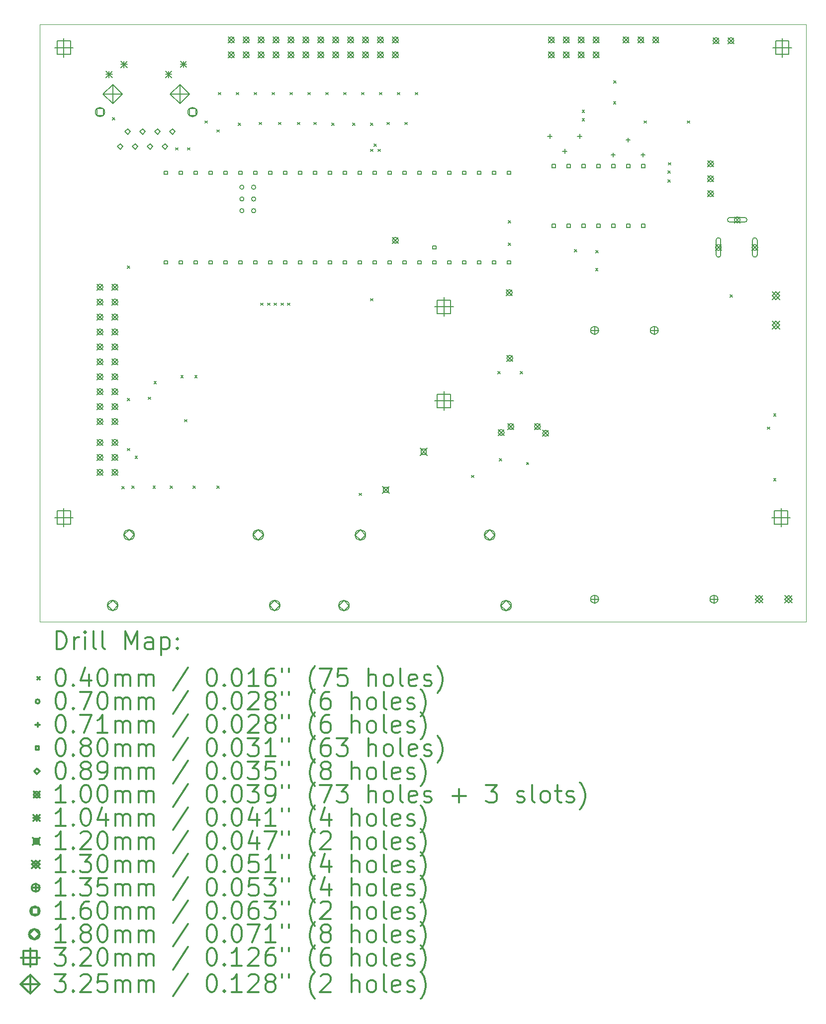
<source format=gbr>
%FSLAX45Y45*%
G04 Gerber Fmt 4.5, Leading zero omitted, Abs format (unit mm)*
G04 Created by KiCad (PCBNEW (5.1.8)-1) date 2022-02-24 01:17:40*
%MOMM*%
%LPD*%
G01*
G04 APERTURE LIST*
%TA.AperFunction,Profile*%
%ADD10C,0.050000*%
%TD*%
%ADD11C,0.200000*%
%ADD12C,0.300000*%
G04 APERTURE END LIST*
D10*
X15240000Y-3810000D02*
X16050000Y-3810000D01*
X16050000Y-13970000D02*
X15240000Y-13970000D01*
X3000000Y-13970000D02*
X3810000Y-13970000D01*
X3000000Y-3810000D02*
X3000000Y-13970000D01*
X3810000Y-3810000D02*
X3000000Y-3810000D01*
X3810000Y-3810000D02*
X15240000Y-3810000D01*
X15240000Y-13970000D02*
X3810000Y-13970000D01*
X16050000Y-3810000D02*
X16050000Y-13970000D01*
D11*
X4234500Y-5396951D02*
X4274500Y-5436951D01*
X4274500Y-5396951D02*
X4234500Y-5436951D01*
X4399600Y-11669080D02*
X4439600Y-11709080D01*
X4439600Y-11669080D02*
X4399600Y-11709080D01*
X4493580Y-7920040D02*
X4533580Y-7960040D01*
X4533580Y-7920040D02*
X4493580Y-7960040D01*
X4493580Y-10170480D02*
X4533580Y-10210480D01*
X4533580Y-10170480D02*
X4493580Y-10210480D01*
X4493580Y-11023920D02*
X4533580Y-11063920D01*
X4533580Y-11023920D02*
X4493580Y-11063920D01*
X4567240Y-11664000D02*
X4607240Y-11704000D01*
X4607240Y-11664000D02*
X4567240Y-11704000D01*
X4623120Y-11156000D02*
X4663120Y-11196000D01*
X4663120Y-11156000D02*
X4623120Y-11196000D01*
X4844100Y-10152700D02*
X4884100Y-10192700D01*
X4884100Y-10152700D02*
X4844100Y-10192700D01*
X4927920Y-11661560D02*
X4967920Y-11701560D01*
X4967920Y-11661560D02*
X4927920Y-11701560D01*
X4944430Y-9884730D02*
X4984430Y-9924730D01*
X4984430Y-9884730D02*
X4944430Y-9924730D01*
X5217480Y-11661560D02*
X5257480Y-11701560D01*
X5257480Y-11661560D02*
X5217480Y-11701560D01*
X5314000Y-5910900D02*
X5354000Y-5950900D01*
X5354000Y-5910900D02*
X5314000Y-5950900D01*
X5400360Y-9784400D02*
X5440360Y-9824400D01*
X5440360Y-9784400D02*
X5400360Y-9824400D01*
X5466400Y-10533700D02*
X5506400Y-10573700D01*
X5506400Y-10533700D02*
X5466400Y-10573700D01*
X5517200Y-5910900D02*
X5557200Y-5950900D01*
X5557200Y-5910900D02*
X5517200Y-5950900D01*
X5608640Y-11664000D02*
X5648640Y-11704000D01*
X5648640Y-11664000D02*
X5608640Y-11704000D01*
X5639120Y-9784400D02*
X5679120Y-9824400D01*
X5679120Y-9784400D02*
X5639120Y-9824400D01*
X5809300Y-5453700D02*
X5849300Y-5493700D01*
X5849300Y-5453700D02*
X5809300Y-5493700D01*
X6012500Y-5606100D02*
X6052500Y-5646100D01*
X6052500Y-5606100D02*
X6012500Y-5646100D01*
X6015040Y-11664000D02*
X6055040Y-11704000D01*
X6055040Y-11664000D02*
X6015040Y-11704000D01*
X6037900Y-4971100D02*
X6077900Y-5011100D01*
X6077900Y-4971100D02*
X6037900Y-5011100D01*
X6342700Y-4971100D02*
X6382700Y-5011100D01*
X6382700Y-4971100D02*
X6342700Y-5011100D01*
X6380800Y-5491800D02*
X6420800Y-5531800D01*
X6420800Y-5491800D02*
X6380800Y-5531800D01*
X6647500Y-4971100D02*
X6687500Y-5011100D01*
X6687500Y-4971100D02*
X6647500Y-5011100D01*
X6736400Y-5479100D02*
X6776400Y-5519100D01*
X6776400Y-5479100D02*
X6736400Y-5519100D01*
X6761800Y-8552500D02*
X6801800Y-8592500D01*
X6801800Y-8552500D02*
X6761800Y-8592500D01*
X6876100Y-8552500D02*
X6916100Y-8592500D01*
X6916100Y-8552500D02*
X6876100Y-8592500D01*
X6952300Y-4971100D02*
X6992300Y-5011100D01*
X6992300Y-4971100D02*
X6952300Y-5011100D01*
X6990400Y-8552500D02*
X7030400Y-8592500D01*
X7030400Y-8552500D02*
X6990400Y-8592500D01*
X7066600Y-5479100D02*
X7106600Y-5519100D01*
X7106600Y-5479100D02*
X7066600Y-5519100D01*
X7104700Y-8552500D02*
X7144700Y-8592500D01*
X7144700Y-8552500D02*
X7104700Y-8592500D01*
X7219000Y-8552500D02*
X7259000Y-8592500D01*
X7259000Y-8552500D02*
X7219000Y-8592500D01*
X7257100Y-4971100D02*
X7297100Y-5011100D01*
X7297100Y-4971100D02*
X7257100Y-5011100D01*
X7384100Y-5479100D02*
X7424100Y-5519100D01*
X7424100Y-5479100D02*
X7384100Y-5519100D01*
X7561900Y-4971100D02*
X7601900Y-5011100D01*
X7601900Y-4971100D02*
X7561900Y-5011100D01*
X7663500Y-5479100D02*
X7703500Y-5519100D01*
X7703500Y-5479100D02*
X7663500Y-5519100D01*
X7866700Y-4971100D02*
X7906700Y-5011100D01*
X7906700Y-4971100D02*
X7866700Y-5011100D01*
X7968300Y-5491800D02*
X8008300Y-5531800D01*
X8008300Y-5491800D02*
X7968300Y-5531800D01*
X8171500Y-4971100D02*
X8211500Y-5011100D01*
X8211500Y-4971100D02*
X8171500Y-5011100D01*
X8323900Y-5491800D02*
X8363900Y-5531800D01*
X8363900Y-5491800D02*
X8323900Y-5531800D01*
X8438200Y-11785920D02*
X8478200Y-11825920D01*
X8478200Y-11785920D02*
X8438200Y-11825920D01*
X8476300Y-4971100D02*
X8516300Y-5011100D01*
X8516300Y-4971100D02*
X8476300Y-5011100D01*
X8628700Y-5491800D02*
X8668700Y-5531800D01*
X8668700Y-5491800D02*
X8628700Y-5531800D01*
X8628700Y-5936300D02*
X8668700Y-5976300D01*
X8668700Y-5936300D02*
X8628700Y-5976300D01*
X8628700Y-8476300D02*
X8668700Y-8516300D01*
X8668700Y-8476300D02*
X8628700Y-8516300D01*
X8692200Y-5847400D02*
X8732200Y-5887400D01*
X8732200Y-5847400D02*
X8692200Y-5887400D01*
X8755700Y-5936300D02*
X8795700Y-5976300D01*
X8795700Y-5936300D02*
X8755700Y-5976300D01*
X8781100Y-4971100D02*
X8821100Y-5011100D01*
X8821100Y-4971100D02*
X8781100Y-5011100D01*
X8908100Y-5479100D02*
X8948100Y-5519100D01*
X8948100Y-5479100D02*
X8908100Y-5519100D01*
X9085900Y-4971100D02*
X9125900Y-5011100D01*
X9125900Y-4971100D02*
X9085900Y-5011100D01*
X9212900Y-5479100D02*
X9252900Y-5519100D01*
X9252900Y-5479100D02*
X9212900Y-5519100D01*
X9390700Y-4971100D02*
X9430700Y-5011100D01*
X9430700Y-4971100D02*
X9390700Y-5011100D01*
X10350820Y-11481120D02*
X10390820Y-11521120D01*
X10390820Y-11481120D02*
X10350820Y-11521120D01*
X10800400Y-9715820D02*
X10840400Y-9755820D01*
X10840400Y-9715820D02*
X10800400Y-9755820D01*
X10825800Y-11199180D02*
X10865800Y-11239180D01*
X10865800Y-11199180D02*
X10825800Y-11239180D01*
X10975660Y-7147880D02*
X11015660Y-7187880D01*
X11015660Y-7147880D02*
X10975660Y-7187880D01*
X10975660Y-7533960D02*
X11015660Y-7573960D01*
X11015660Y-7533960D02*
X10975660Y-7573960D01*
X11181400Y-9714550D02*
X11221400Y-9754550D01*
X11221400Y-9714550D02*
X11181400Y-9754550D01*
X11285540Y-11260140D02*
X11325540Y-11300140D01*
X11325540Y-11260140D02*
X11285540Y-11300140D01*
X12103420Y-7643180D02*
X12143420Y-7683180D01*
X12143420Y-7643180D02*
X12103420Y-7683180D01*
X12232960Y-5273360D02*
X12272960Y-5313360D01*
X12272960Y-5273360D02*
X12232960Y-5313360D01*
X12232960Y-5415600D02*
X12272960Y-5455600D01*
X12272960Y-5415600D02*
X12232960Y-5455600D01*
X12461560Y-7965760D02*
X12501560Y-8005760D01*
X12501560Y-7965760D02*
X12461560Y-8005760D01*
X12469180Y-7660960D02*
X12509180Y-7700960D01*
X12509180Y-7660960D02*
X12469180Y-7700960D01*
X12766360Y-5128580D02*
X12806360Y-5168580D01*
X12806360Y-5128580D02*
X12766360Y-5168580D01*
X12771440Y-4772980D02*
X12811440Y-4812980D01*
X12811440Y-4772980D02*
X12771440Y-4812980D01*
X13289600Y-5453700D02*
X13329600Y-5493700D01*
X13329600Y-5453700D02*
X13289600Y-5493700D01*
X13694199Y-6458801D02*
X13734199Y-6498801D01*
X13734199Y-6458801D02*
X13694199Y-6498801D01*
X13696000Y-6302060D02*
X13736000Y-6342060D01*
X13736000Y-6302060D02*
X13696000Y-6342060D01*
X13701250Y-6163800D02*
X13741250Y-6203800D01*
X13741250Y-6163800D02*
X13701250Y-6203800D01*
X14026200Y-5453700D02*
X14066200Y-5493700D01*
X14066200Y-5453700D02*
X14026200Y-5493700D01*
X14750100Y-8412800D02*
X14790100Y-8452800D01*
X14790100Y-8412800D02*
X14750100Y-8452800D01*
X15385100Y-10660700D02*
X15425100Y-10700700D01*
X15425100Y-10660700D02*
X15385100Y-10700700D01*
X15493050Y-10438450D02*
X15533050Y-10478450D01*
X15533050Y-10438450D02*
X15493050Y-10478450D01*
X15493050Y-11537000D02*
X15533050Y-11577000D01*
X15533050Y-11537000D02*
X15493050Y-11577000D01*
X6475500Y-6582300D02*
G75*
G03*
X6475500Y-6582300I-35000J0D01*
G01*
X6475500Y-6782300D02*
G75*
G03*
X6475500Y-6782300I-35000J0D01*
G01*
X6475500Y-6982300D02*
G75*
G03*
X6475500Y-6982300I-35000J0D01*
G01*
X6675500Y-6582300D02*
G75*
G03*
X6675500Y-6582300I-35000J0D01*
G01*
X6675500Y-6782300D02*
G75*
G03*
X6675500Y-6782300I-35000J0D01*
G01*
X6675500Y-6982300D02*
G75*
G03*
X6675500Y-6982300I-35000J0D01*
G01*
X12763500Y-5994400D02*
X12763500Y-6065520D01*
X12727940Y-6029960D02*
X12799060Y-6029960D01*
X13017500Y-5740400D02*
X13017500Y-5811520D01*
X12981940Y-5775960D02*
X13053060Y-5775960D01*
X13271500Y-5994400D02*
X13271500Y-6065520D01*
X13235940Y-6029960D02*
X13307060Y-6029960D01*
X11684000Y-5679440D02*
X11684000Y-5750560D01*
X11648440Y-5715000D02*
X11719560Y-5715000D01*
X11938000Y-5933440D02*
X11938000Y-6004560D01*
X11902440Y-5969000D02*
X11973560Y-5969000D01*
X12192000Y-5679440D02*
X12192000Y-5750560D01*
X12156440Y-5715000D02*
X12227560Y-5715000D01*
X5171785Y-6365584D02*
X5171785Y-6309015D01*
X5115216Y-6309015D01*
X5115216Y-6365584D01*
X5171785Y-6365584D01*
X5171785Y-7889584D02*
X5171785Y-7833015D01*
X5115216Y-7833015D01*
X5115216Y-7889584D01*
X5171785Y-7889584D01*
X5425785Y-6365584D02*
X5425785Y-6309015D01*
X5369216Y-6309015D01*
X5369216Y-6365584D01*
X5425785Y-6365584D01*
X5425785Y-7889584D02*
X5425785Y-7833015D01*
X5369216Y-7833015D01*
X5369216Y-7889584D01*
X5425785Y-7889584D01*
X5679784Y-6365584D02*
X5679784Y-6309015D01*
X5623215Y-6309015D01*
X5623215Y-6365584D01*
X5679784Y-6365584D01*
X5679784Y-7889584D02*
X5679784Y-7833015D01*
X5623215Y-7833015D01*
X5623215Y-7889584D01*
X5679784Y-7889584D01*
X5933784Y-6365584D02*
X5933784Y-6309015D01*
X5877215Y-6309015D01*
X5877215Y-6365584D01*
X5933784Y-6365584D01*
X5933784Y-7889584D02*
X5933784Y-7833015D01*
X5877215Y-7833015D01*
X5877215Y-7889584D01*
X5933784Y-7889584D01*
X6187784Y-6365584D02*
X6187784Y-6309015D01*
X6131215Y-6309015D01*
X6131215Y-6365584D01*
X6187784Y-6365584D01*
X6187784Y-7889584D02*
X6187784Y-7833015D01*
X6131215Y-7833015D01*
X6131215Y-7889584D01*
X6187784Y-7889584D01*
X6441784Y-6365584D02*
X6441784Y-6309015D01*
X6385215Y-6309015D01*
X6385215Y-6365584D01*
X6441784Y-6365584D01*
X6441784Y-7889584D02*
X6441784Y-7833015D01*
X6385215Y-7833015D01*
X6385215Y-7889584D01*
X6441784Y-7889584D01*
X6695784Y-6365584D02*
X6695784Y-6309015D01*
X6639215Y-6309015D01*
X6639215Y-6365584D01*
X6695784Y-6365584D01*
X6695784Y-7889584D02*
X6695784Y-7833015D01*
X6639215Y-7833015D01*
X6639215Y-7889584D01*
X6695784Y-7889584D01*
X6949784Y-6365584D02*
X6949784Y-6309015D01*
X6893215Y-6309015D01*
X6893215Y-6365584D01*
X6949784Y-6365584D01*
X6949784Y-7889584D02*
X6949784Y-7833015D01*
X6893215Y-7833015D01*
X6893215Y-7889584D01*
X6949784Y-7889584D01*
X7203784Y-6365584D02*
X7203784Y-6309015D01*
X7147215Y-6309015D01*
X7147215Y-6365584D01*
X7203784Y-6365584D01*
X7203784Y-7889584D02*
X7203784Y-7833015D01*
X7147215Y-7833015D01*
X7147215Y-7889584D01*
X7203784Y-7889584D01*
X7457784Y-6365584D02*
X7457784Y-6309015D01*
X7401215Y-6309015D01*
X7401215Y-6365584D01*
X7457784Y-6365584D01*
X7457784Y-7889584D02*
X7457784Y-7833015D01*
X7401215Y-7833015D01*
X7401215Y-7889584D01*
X7457784Y-7889584D01*
X7711784Y-6365584D02*
X7711784Y-6309015D01*
X7655215Y-6309015D01*
X7655215Y-6365584D01*
X7711784Y-6365584D01*
X7711784Y-7889584D02*
X7711784Y-7833015D01*
X7655215Y-7833015D01*
X7655215Y-7889584D01*
X7711784Y-7889584D01*
X7965784Y-6365584D02*
X7965784Y-6309015D01*
X7909215Y-6309015D01*
X7909215Y-6365584D01*
X7965784Y-6365584D01*
X7965784Y-7889584D02*
X7965784Y-7833015D01*
X7909215Y-7833015D01*
X7909215Y-7889584D01*
X7965784Y-7889584D01*
X8219784Y-6365584D02*
X8219784Y-6309015D01*
X8163215Y-6309015D01*
X8163215Y-6365584D01*
X8219784Y-6365584D01*
X8219784Y-7889584D02*
X8219784Y-7833015D01*
X8163215Y-7833015D01*
X8163215Y-7889584D01*
X8219784Y-7889584D01*
X8473785Y-6365584D02*
X8473785Y-6309015D01*
X8417216Y-6309015D01*
X8417216Y-6365584D01*
X8473785Y-6365584D01*
X8473785Y-7889584D02*
X8473785Y-7833015D01*
X8417216Y-7833015D01*
X8417216Y-7889584D01*
X8473785Y-7889584D01*
X8727785Y-6365584D02*
X8727785Y-6309015D01*
X8671216Y-6309015D01*
X8671216Y-6365584D01*
X8727785Y-6365584D01*
X8727785Y-7889584D02*
X8727785Y-7833015D01*
X8671216Y-7833015D01*
X8671216Y-7889584D01*
X8727785Y-7889584D01*
X8981785Y-6365584D02*
X8981785Y-6309015D01*
X8925216Y-6309015D01*
X8925216Y-6365584D01*
X8981785Y-6365584D01*
X8981785Y-7889584D02*
X8981785Y-7833015D01*
X8925216Y-7833015D01*
X8925216Y-7889584D01*
X8981785Y-7889584D01*
X9235785Y-6365584D02*
X9235785Y-6309015D01*
X9179216Y-6309015D01*
X9179216Y-6365584D01*
X9235785Y-6365584D01*
X9235785Y-7889584D02*
X9235785Y-7833015D01*
X9179216Y-7833015D01*
X9179216Y-7889584D01*
X9235785Y-7889584D01*
X9489785Y-6365584D02*
X9489785Y-6309015D01*
X9433216Y-6309015D01*
X9433216Y-6365584D01*
X9489785Y-6365584D01*
X9489785Y-7889584D02*
X9489785Y-7833015D01*
X9433216Y-7833015D01*
X9433216Y-7889584D01*
X9489785Y-7889584D01*
X9743785Y-6365584D02*
X9743785Y-6309015D01*
X9687216Y-6309015D01*
X9687216Y-6365584D01*
X9743785Y-6365584D01*
X9743785Y-7635584D02*
X9743785Y-7579015D01*
X9687216Y-7579015D01*
X9687216Y-7635584D01*
X9743785Y-7635584D01*
X9743785Y-7889584D02*
X9743785Y-7833015D01*
X9687216Y-7833015D01*
X9687216Y-7889584D01*
X9743785Y-7889584D01*
X9997785Y-6365584D02*
X9997785Y-6309015D01*
X9941216Y-6309015D01*
X9941216Y-6365584D01*
X9997785Y-6365584D01*
X9997785Y-7889584D02*
X9997785Y-7833015D01*
X9941216Y-7833015D01*
X9941216Y-7889584D01*
X9997785Y-7889584D01*
X10251785Y-6365584D02*
X10251785Y-6309015D01*
X10195216Y-6309015D01*
X10195216Y-6365584D01*
X10251785Y-6365584D01*
X10251785Y-7889584D02*
X10251785Y-7833015D01*
X10195216Y-7833015D01*
X10195216Y-7889584D01*
X10251785Y-7889584D01*
X10505785Y-6365584D02*
X10505785Y-6309015D01*
X10449216Y-6309015D01*
X10449216Y-6365584D01*
X10505785Y-6365584D01*
X10505785Y-7889584D02*
X10505785Y-7833015D01*
X10449216Y-7833015D01*
X10449216Y-7889584D01*
X10505785Y-7889584D01*
X10759785Y-6365584D02*
X10759785Y-6309015D01*
X10703216Y-6309015D01*
X10703216Y-6365584D01*
X10759785Y-6365584D01*
X10759785Y-7889584D02*
X10759785Y-7833015D01*
X10703216Y-7833015D01*
X10703216Y-7889584D01*
X10759785Y-7889584D01*
X11013785Y-6365584D02*
X11013785Y-6309015D01*
X10957216Y-6309015D01*
X10957216Y-6365584D01*
X11013785Y-6365584D01*
X11013785Y-7889584D02*
X11013785Y-7833015D01*
X10957216Y-7833015D01*
X10957216Y-7889584D01*
X11013785Y-7889584D01*
X11775784Y-6251284D02*
X11775784Y-6194715D01*
X11719215Y-6194715D01*
X11719215Y-6251284D01*
X11775784Y-6251284D01*
X11775784Y-7267284D02*
X11775784Y-7210715D01*
X11719215Y-7210715D01*
X11719215Y-7267284D01*
X11775784Y-7267284D01*
X12029784Y-6251284D02*
X12029784Y-6194715D01*
X11973215Y-6194715D01*
X11973215Y-6251284D01*
X12029784Y-6251284D01*
X12029784Y-7267284D02*
X12029784Y-7210715D01*
X11973215Y-7210715D01*
X11973215Y-7267284D01*
X12029784Y-7267284D01*
X12283784Y-6251284D02*
X12283784Y-6194715D01*
X12227215Y-6194715D01*
X12227215Y-6251284D01*
X12283784Y-6251284D01*
X12283784Y-7267284D02*
X12283784Y-7210715D01*
X12227215Y-7210715D01*
X12227215Y-7267284D01*
X12283784Y-7267284D01*
X12537784Y-6251284D02*
X12537784Y-6194715D01*
X12481215Y-6194715D01*
X12481215Y-6251284D01*
X12537784Y-6251284D01*
X12537784Y-7267284D02*
X12537784Y-7210715D01*
X12481215Y-7210715D01*
X12481215Y-7267284D01*
X12537784Y-7267284D01*
X12791784Y-6251284D02*
X12791784Y-6194715D01*
X12735215Y-6194715D01*
X12735215Y-6251284D01*
X12791784Y-6251284D01*
X12791784Y-7267284D02*
X12791784Y-7210715D01*
X12735215Y-7210715D01*
X12735215Y-7267284D01*
X12791784Y-7267284D01*
X13045784Y-6251284D02*
X13045784Y-6194715D01*
X12989215Y-6194715D01*
X12989215Y-6251284D01*
X13045784Y-6251284D01*
X13045784Y-7267284D02*
X13045784Y-7210715D01*
X12989215Y-7210715D01*
X12989215Y-7267284D01*
X13045784Y-7267284D01*
X13299784Y-6251284D02*
X13299784Y-6194715D01*
X13243215Y-6194715D01*
X13243215Y-6251284D01*
X13299784Y-6251284D01*
X13299784Y-7267284D02*
X13299784Y-7210715D01*
X13243215Y-7210715D01*
X13243215Y-7267284D01*
X13299784Y-7267284D01*
X4368800Y-5935251D02*
X4413250Y-5890801D01*
X4368800Y-5846351D01*
X4324350Y-5890801D01*
X4368800Y-5935251D01*
X4495800Y-5681251D02*
X4540250Y-5636801D01*
X4495800Y-5592351D01*
X4451350Y-5636801D01*
X4495800Y-5681251D01*
X4622800Y-5935251D02*
X4667250Y-5890801D01*
X4622800Y-5846351D01*
X4578350Y-5890801D01*
X4622800Y-5935251D01*
X4749800Y-5681251D02*
X4794250Y-5636801D01*
X4749800Y-5592351D01*
X4705350Y-5636801D01*
X4749800Y-5681251D01*
X4876800Y-5935251D02*
X4921250Y-5890801D01*
X4876800Y-5846351D01*
X4832350Y-5890801D01*
X4876800Y-5935251D01*
X5003800Y-5681251D02*
X5048250Y-5636801D01*
X5003800Y-5592351D01*
X4959350Y-5636801D01*
X5003800Y-5681251D01*
X5130800Y-5935251D02*
X5175250Y-5890801D01*
X5130800Y-5846351D01*
X5086350Y-5890801D01*
X5130800Y-5935251D01*
X5257800Y-5681251D02*
X5302250Y-5636801D01*
X5257800Y-5592351D01*
X5213350Y-5636801D01*
X5257800Y-5681251D01*
X9005100Y-7435380D02*
X9105100Y-7535380D01*
X9105100Y-7435380D02*
X9005100Y-7535380D01*
X9105100Y-7485380D02*
G75*
G03*
X9105100Y-7485380I-50000J0D01*
G01*
X10805960Y-10704360D02*
X10905960Y-10804360D01*
X10905960Y-10704360D02*
X10805960Y-10804360D01*
X10905960Y-10754360D02*
G75*
G03*
X10905960Y-10754360I-50000J0D01*
G01*
X10944390Y-8325650D02*
X11044390Y-8425650D01*
X11044390Y-8325650D02*
X10944390Y-8425650D01*
X11044390Y-8375650D02*
G75*
G03*
X11044390Y-8375650I-50000J0D01*
G01*
X10953280Y-9441980D02*
X11053280Y-9541980D01*
X11053280Y-9441980D02*
X10953280Y-9541980D01*
X11053280Y-9491980D02*
G75*
G03*
X11053280Y-9491980I-50000J0D01*
G01*
X10971060Y-10602760D02*
X11071060Y-10702760D01*
X11071060Y-10602760D02*
X10971060Y-10702760D01*
X11071060Y-10652760D02*
G75*
G03*
X11071060Y-10652760I-50000J0D01*
G01*
X11423180Y-10602760D02*
X11523180Y-10702760D01*
X11523180Y-10602760D02*
X11423180Y-10702760D01*
X11523180Y-10652760D02*
G75*
G03*
X11523180Y-10652760I-50000J0D01*
G01*
X11562880Y-10717060D02*
X11662880Y-10817060D01*
X11662880Y-10717060D02*
X11562880Y-10817060D01*
X11662880Y-10767060D02*
G75*
G03*
X11662880Y-10767060I-50000J0D01*
G01*
X11659400Y-4026700D02*
X11759400Y-4126700D01*
X11759400Y-4026700D02*
X11659400Y-4126700D01*
X11759400Y-4076700D02*
G75*
G03*
X11759400Y-4076700I-50000J0D01*
G01*
X11659400Y-4280700D02*
X11759400Y-4380700D01*
X11759400Y-4280700D02*
X11659400Y-4380700D01*
X11759400Y-4330700D02*
G75*
G03*
X11759400Y-4330700I-50000J0D01*
G01*
X11913400Y-4026700D02*
X12013400Y-4126700D01*
X12013400Y-4026700D02*
X11913400Y-4126700D01*
X12013400Y-4076700D02*
G75*
G03*
X12013400Y-4076700I-50000J0D01*
G01*
X11913400Y-4280700D02*
X12013400Y-4380700D01*
X12013400Y-4280700D02*
X11913400Y-4380700D01*
X12013400Y-4330700D02*
G75*
G03*
X12013400Y-4330700I-50000J0D01*
G01*
X12167400Y-4026700D02*
X12267400Y-4126700D01*
X12267400Y-4026700D02*
X12167400Y-4126700D01*
X12267400Y-4076700D02*
G75*
G03*
X12267400Y-4076700I-50000J0D01*
G01*
X12167400Y-4280700D02*
X12267400Y-4380700D01*
X12267400Y-4280700D02*
X12167400Y-4380700D01*
X12267400Y-4330700D02*
G75*
G03*
X12267400Y-4330700I-50000J0D01*
G01*
X12421400Y-4026700D02*
X12521400Y-4126700D01*
X12521400Y-4026700D02*
X12421400Y-4126700D01*
X12521400Y-4076700D02*
G75*
G03*
X12521400Y-4076700I-50000J0D01*
G01*
X12421400Y-4280700D02*
X12521400Y-4380700D01*
X12521400Y-4280700D02*
X12421400Y-4380700D01*
X12521400Y-4330700D02*
G75*
G03*
X12521400Y-4330700I-50000J0D01*
G01*
X12929400Y-4026700D02*
X13029400Y-4126700D01*
X13029400Y-4026700D02*
X12929400Y-4126700D01*
X13029400Y-4076700D02*
G75*
G03*
X13029400Y-4076700I-50000J0D01*
G01*
X13183400Y-4026700D02*
X13283400Y-4126700D01*
X13283400Y-4026700D02*
X13183400Y-4126700D01*
X13283400Y-4076700D02*
G75*
G03*
X13283400Y-4076700I-50000J0D01*
G01*
X13437400Y-4026700D02*
X13537400Y-4126700D01*
X13537400Y-4026700D02*
X13437400Y-4126700D01*
X13537400Y-4076700D02*
G75*
G03*
X13537400Y-4076700I-50000J0D01*
G01*
X14463560Y-4039400D02*
X14563560Y-4139400D01*
X14563560Y-4039400D02*
X14463560Y-4139400D01*
X14563560Y-4089400D02*
G75*
G03*
X14563560Y-4089400I-50000J0D01*
G01*
X14717560Y-4039400D02*
X14817560Y-4139400D01*
X14817560Y-4039400D02*
X14717560Y-4139400D01*
X14817560Y-4089400D02*
G75*
G03*
X14817560Y-4089400I-50000J0D01*
G01*
X14504200Y-7557300D02*
X14604200Y-7657300D01*
X14604200Y-7557300D02*
X14504200Y-7657300D01*
X14604200Y-7607300D02*
G75*
G03*
X14604200Y-7607300I-50000J0D01*
G01*
X14594200Y-7732300D02*
X14594200Y-7482300D01*
X14514200Y-7732300D02*
X14514200Y-7482300D01*
X14594200Y-7482300D02*
G75*
G03*
X14514200Y-7482300I-40000J0D01*
G01*
X14514200Y-7732300D02*
G75*
G03*
X14594200Y-7732300I40000J0D01*
G01*
X14824200Y-7087300D02*
X14924200Y-7187300D01*
X14924200Y-7087300D02*
X14824200Y-7187300D01*
X14924200Y-7137300D02*
G75*
G03*
X14924200Y-7137300I-50000J0D01*
G01*
X14749200Y-7177300D02*
X14999200Y-7177300D01*
X14749200Y-7097300D02*
X14999200Y-7097300D01*
X14999200Y-7177300D02*
G75*
G03*
X14999200Y-7097300I0J40000D01*
G01*
X14749200Y-7097300D02*
G75*
G03*
X14749200Y-7177300I0J-40000D01*
G01*
X15124200Y-7557300D02*
X15224200Y-7657300D01*
X15224200Y-7557300D02*
X15124200Y-7657300D01*
X15224200Y-7607300D02*
G75*
G03*
X15224200Y-7607300I-50000J0D01*
G01*
X15214200Y-7732300D02*
X15214200Y-7482300D01*
X15134200Y-7732300D02*
X15134200Y-7482300D01*
X15214200Y-7482300D02*
G75*
G03*
X15134200Y-7482300I-40000J0D01*
G01*
X15134200Y-7732300D02*
G75*
G03*
X15214200Y-7732300I40000J0D01*
G01*
X14370850Y-6134900D02*
X14470850Y-6234900D01*
X14470850Y-6134900D02*
X14370850Y-6234900D01*
X14470850Y-6184900D02*
G75*
G03*
X14470850Y-6184900I-50000J0D01*
G01*
X14370850Y-6388900D02*
X14470850Y-6488900D01*
X14470850Y-6388900D02*
X14370850Y-6488900D01*
X14470850Y-6438900D02*
G75*
G03*
X14470850Y-6438900I-50000J0D01*
G01*
X14370850Y-6642900D02*
X14470850Y-6742900D01*
X14470850Y-6642900D02*
X14370850Y-6742900D01*
X14470850Y-6692900D02*
G75*
G03*
X14470850Y-6692900I-50000J0D01*
G01*
X6211100Y-4026700D02*
X6311100Y-4126700D01*
X6311100Y-4026700D02*
X6211100Y-4126700D01*
X6311100Y-4076700D02*
G75*
G03*
X6311100Y-4076700I-50000J0D01*
G01*
X6211100Y-4280700D02*
X6311100Y-4380700D01*
X6311100Y-4280700D02*
X6211100Y-4380700D01*
X6311100Y-4330700D02*
G75*
G03*
X6311100Y-4330700I-50000J0D01*
G01*
X6465100Y-4026700D02*
X6565100Y-4126700D01*
X6565100Y-4026700D02*
X6465100Y-4126700D01*
X6565100Y-4076700D02*
G75*
G03*
X6565100Y-4076700I-50000J0D01*
G01*
X6465100Y-4280700D02*
X6565100Y-4380700D01*
X6565100Y-4280700D02*
X6465100Y-4380700D01*
X6565100Y-4330700D02*
G75*
G03*
X6565100Y-4330700I-50000J0D01*
G01*
X6719100Y-4026700D02*
X6819100Y-4126700D01*
X6819100Y-4026700D02*
X6719100Y-4126700D01*
X6819100Y-4076700D02*
G75*
G03*
X6819100Y-4076700I-50000J0D01*
G01*
X6719100Y-4280700D02*
X6819100Y-4380700D01*
X6819100Y-4280700D02*
X6719100Y-4380700D01*
X6819100Y-4330700D02*
G75*
G03*
X6819100Y-4330700I-50000J0D01*
G01*
X6973100Y-4026700D02*
X7073100Y-4126700D01*
X7073100Y-4026700D02*
X6973100Y-4126700D01*
X7073100Y-4076700D02*
G75*
G03*
X7073100Y-4076700I-50000J0D01*
G01*
X6973100Y-4280700D02*
X7073100Y-4380700D01*
X7073100Y-4280700D02*
X6973100Y-4380700D01*
X7073100Y-4330700D02*
G75*
G03*
X7073100Y-4330700I-50000J0D01*
G01*
X7227100Y-4026700D02*
X7327100Y-4126700D01*
X7327100Y-4026700D02*
X7227100Y-4126700D01*
X7327100Y-4076700D02*
G75*
G03*
X7327100Y-4076700I-50000J0D01*
G01*
X7227100Y-4280700D02*
X7327100Y-4380700D01*
X7327100Y-4280700D02*
X7227100Y-4380700D01*
X7327100Y-4330700D02*
G75*
G03*
X7327100Y-4330700I-50000J0D01*
G01*
X7481100Y-4026700D02*
X7581100Y-4126700D01*
X7581100Y-4026700D02*
X7481100Y-4126700D01*
X7581100Y-4076700D02*
G75*
G03*
X7581100Y-4076700I-50000J0D01*
G01*
X7481100Y-4280700D02*
X7581100Y-4380700D01*
X7581100Y-4280700D02*
X7481100Y-4380700D01*
X7581100Y-4330700D02*
G75*
G03*
X7581100Y-4330700I-50000J0D01*
G01*
X7735100Y-4026700D02*
X7835100Y-4126700D01*
X7835100Y-4026700D02*
X7735100Y-4126700D01*
X7835100Y-4076700D02*
G75*
G03*
X7835100Y-4076700I-50000J0D01*
G01*
X7735100Y-4280700D02*
X7835100Y-4380700D01*
X7835100Y-4280700D02*
X7735100Y-4380700D01*
X7835100Y-4330700D02*
G75*
G03*
X7835100Y-4330700I-50000J0D01*
G01*
X7989100Y-4026700D02*
X8089100Y-4126700D01*
X8089100Y-4026700D02*
X7989100Y-4126700D01*
X8089100Y-4076700D02*
G75*
G03*
X8089100Y-4076700I-50000J0D01*
G01*
X7989100Y-4280700D02*
X8089100Y-4380700D01*
X8089100Y-4280700D02*
X7989100Y-4380700D01*
X8089100Y-4330700D02*
G75*
G03*
X8089100Y-4330700I-50000J0D01*
G01*
X8243100Y-4026700D02*
X8343100Y-4126700D01*
X8343100Y-4026700D02*
X8243100Y-4126700D01*
X8343100Y-4076700D02*
G75*
G03*
X8343100Y-4076700I-50000J0D01*
G01*
X8243100Y-4280700D02*
X8343100Y-4380700D01*
X8343100Y-4280700D02*
X8243100Y-4380700D01*
X8343100Y-4330700D02*
G75*
G03*
X8343100Y-4330700I-50000J0D01*
G01*
X8497100Y-4026700D02*
X8597100Y-4126700D01*
X8597100Y-4026700D02*
X8497100Y-4126700D01*
X8597100Y-4076700D02*
G75*
G03*
X8597100Y-4076700I-50000J0D01*
G01*
X8497100Y-4280700D02*
X8597100Y-4380700D01*
X8597100Y-4280700D02*
X8497100Y-4380700D01*
X8597100Y-4330700D02*
G75*
G03*
X8597100Y-4330700I-50000J0D01*
G01*
X8751100Y-4026700D02*
X8851100Y-4126700D01*
X8851100Y-4026700D02*
X8751100Y-4126700D01*
X8851100Y-4076700D02*
G75*
G03*
X8851100Y-4076700I-50000J0D01*
G01*
X8751100Y-4280700D02*
X8851100Y-4380700D01*
X8851100Y-4280700D02*
X8751100Y-4380700D01*
X8851100Y-4330700D02*
G75*
G03*
X8851100Y-4330700I-50000J0D01*
G01*
X9005100Y-4026700D02*
X9105100Y-4126700D01*
X9105100Y-4026700D02*
X9005100Y-4126700D01*
X9105100Y-4076700D02*
G75*
G03*
X9105100Y-4076700I-50000J0D01*
G01*
X9005100Y-4280700D02*
X9105100Y-4380700D01*
X9105100Y-4280700D02*
X9005100Y-4380700D01*
X9105100Y-4330700D02*
G75*
G03*
X9105100Y-4330700I-50000J0D01*
G01*
X3975900Y-10872000D02*
X4075900Y-10972000D01*
X4075900Y-10872000D02*
X3975900Y-10972000D01*
X4075900Y-10922000D02*
G75*
G03*
X4075900Y-10922000I-50000J0D01*
G01*
X3975900Y-11126000D02*
X4075900Y-11226000D01*
X4075900Y-11126000D02*
X3975900Y-11226000D01*
X4075900Y-11176000D02*
G75*
G03*
X4075900Y-11176000I-50000J0D01*
G01*
X3975900Y-11380000D02*
X4075900Y-11480000D01*
X4075900Y-11380000D02*
X3975900Y-11480000D01*
X4075900Y-11430000D02*
G75*
G03*
X4075900Y-11430000I-50000J0D01*
G01*
X4229900Y-10872000D02*
X4329900Y-10972000D01*
X4329900Y-10872000D02*
X4229900Y-10972000D01*
X4329900Y-10922000D02*
G75*
G03*
X4329900Y-10922000I-50000J0D01*
G01*
X4229900Y-11126000D02*
X4329900Y-11226000D01*
X4329900Y-11126000D02*
X4229900Y-11226000D01*
X4329900Y-11176000D02*
G75*
G03*
X4329900Y-11176000I-50000J0D01*
G01*
X4229900Y-11380000D02*
X4329900Y-11480000D01*
X4329900Y-11380000D02*
X4229900Y-11480000D01*
X4329900Y-11430000D02*
G75*
G03*
X4329900Y-11430000I-50000J0D01*
G01*
X3975900Y-8230400D02*
X4075900Y-8330400D01*
X4075900Y-8230400D02*
X3975900Y-8330400D01*
X4075900Y-8280400D02*
G75*
G03*
X4075900Y-8280400I-50000J0D01*
G01*
X3975900Y-8484400D02*
X4075900Y-8584400D01*
X4075900Y-8484400D02*
X3975900Y-8584400D01*
X4075900Y-8534400D02*
G75*
G03*
X4075900Y-8534400I-50000J0D01*
G01*
X3975900Y-8738400D02*
X4075900Y-8838400D01*
X4075900Y-8738400D02*
X3975900Y-8838400D01*
X4075900Y-8788400D02*
G75*
G03*
X4075900Y-8788400I-50000J0D01*
G01*
X3975900Y-8992400D02*
X4075900Y-9092400D01*
X4075900Y-8992400D02*
X3975900Y-9092400D01*
X4075900Y-9042400D02*
G75*
G03*
X4075900Y-9042400I-50000J0D01*
G01*
X3975900Y-9246400D02*
X4075900Y-9346400D01*
X4075900Y-9246400D02*
X3975900Y-9346400D01*
X4075900Y-9296400D02*
G75*
G03*
X4075900Y-9296400I-50000J0D01*
G01*
X3975900Y-9500400D02*
X4075900Y-9600400D01*
X4075900Y-9500400D02*
X3975900Y-9600400D01*
X4075900Y-9550400D02*
G75*
G03*
X4075900Y-9550400I-50000J0D01*
G01*
X3975900Y-9754400D02*
X4075900Y-9854400D01*
X4075900Y-9754400D02*
X3975900Y-9854400D01*
X4075900Y-9804400D02*
G75*
G03*
X4075900Y-9804400I-50000J0D01*
G01*
X3975900Y-10008400D02*
X4075900Y-10108400D01*
X4075900Y-10008400D02*
X3975900Y-10108400D01*
X4075900Y-10058400D02*
G75*
G03*
X4075900Y-10058400I-50000J0D01*
G01*
X3975900Y-10262400D02*
X4075900Y-10362400D01*
X4075900Y-10262400D02*
X3975900Y-10362400D01*
X4075900Y-10312400D02*
G75*
G03*
X4075900Y-10312400I-50000J0D01*
G01*
X3975900Y-10516400D02*
X4075900Y-10616400D01*
X4075900Y-10516400D02*
X3975900Y-10616400D01*
X4075900Y-10566400D02*
G75*
G03*
X4075900Y-10566400I-50000J0D01*
G01*
X4229900Y-8230400D02*
X4329900Y-8330400D01*
X4329900Y-8230400D02*
X4229900Y-8330400D01*
X4329900Y-8280400D02*
G75*
G03*
X4329900Y-8280400I-50000J0D01*
G01*
X4229900Y-8484400D02*
X4329900Y-8584400D01*
X4329900Y-8484400D02*
X4229900Y-8584400D01*
X4329900Y-8534400D02*
G75*
G03*
X4329900Y-8534400I-50000J0D01*
G01*
X4229900Y-8738400D02*
X4329900Y-8838400D01*
X4329900Y-8738400D02*
X4229900Y-8838400D01*
X4329900Y-8788400D02*
G75*
G03*
X4329900Y-8788400I-50000J0D01*
G01*
X4229900Y-8992400D02*
X4329900Y-9092400D01*
X4329900Y-8992400D02*
X4229900Y-9092400D01*
X4329900Y-9042400D02*
G75*
G03*
X4329900Y-9042400I-50000J0D01*
G01*
X4229900Y-9246400D02*
X4329900Y-9346400D01*
X4329900Y-9246400D02*
X4229900Y-9346400D01*
X4329900Y-9296400D02*
G75*
G03*
X4329900Y-9296400I-50000J0D01*
G01*
X4229900Y-9500400D02*
X4329900Y-9600400D01*
X4329900Y-9500400D02*
X4229900Y-9600400D01*
X4329900Y-9550400D02*
G75*
G03*
X4329900Y-9550400I-50000J0D01*
G01*
X4229900Y-9754400D02*
X4329900Y-9854400D01*
X4329900Y-9754400D02*
X4229900Y-9854400D01*
X4329900Y-9804400D02*
G75*
G03*
X4329900Y-9804400I-50000J0D01*
G01*
X4229900Y-10008400D02*
X4329900Y-10108400D01*
X4329900Y-10008400D02*
X4229900Y-10108400D01*
X4329900Y-10058400D02*
G75*
G03*
X4329900Y-10058400I-50000J0D01*
G01*
X4229900Y-10262400D02*
X4329900Y-10362400D01*
X4329900Y-10262400D02*
X4229900Y-10362400D01*
X4329900Y-10312400D02*
G75*
G03*
X4329900Y-10312400I-50000J0D01*
G01*
X4229900Y-10516400D02*
X4329900Y-10616400D01*
X4329900Y-10516400D02*
X4229900Y-10616400D01*
X4329900Y-10566400D02*
G75*
G03*
X4329900Y-10566400I-50000J0D01*
G01*
X4128730Y-4611731D02*
X4232870Y-4715871D01*
X4232870Y-4611731D02*
X4128730Y-4715871D01*
X4180800Y-4611731D02*
X4180800Y-4715871D01*
X4128730Y-4663801D02*
X4232870Y-4663801D01*
X4382730Y-4441731D02*
X4486870Y-4545871D01*
X4486870Y-4441731D02*
X4382730Y-4545871D01*
X4434800Y-4441731D02*
X4434800Y-4545871D01*
X4382730Y-4493801D02*
X4486870Y-4493801D01*
X5139730Y-4611731D02*
X5243870Y-4715871D01*
X5243870Y-4611731D02*
X5139730Y-4715871D01*
X5191800Y-4611731D02*
X5191800Y-4715871D01*
X5139730Y-4663801D02*
X5243870Y-4663801D01*
X5393730Y-4439731D02*
X5497870Y-4543871D01*
X5497870Y-4439731D02*
X5393730Y-4543871D01*
X5445800Y-4439731D02*
X5445800Y-4543871D01*
X5393730Y-4491801D02*
X5497870Y-4491801D01*
X8831580Y-11668020D02*
X8951580Y-11788020D01*
X8951580Y-11668020D02*
X8831580Y-11788020D01*
X8934007Y-11770447D02*
X8934007Y-11685593D01*
X8849153Y-11685593D01*
X8849153Y-11770447D01*
X8934007Y-11770447D01*
X9477580Y-11022020D02*
X9597580Y-11142020D01*
X9597580Y-11022020D02*
X9477580Y-11142020D01*
X9580007Y-11124447D02*
X9580007Y-11039593D01*
X9495153Y-11039593D01*
X9495153Y-11124447D01*
X9580007Y-11124447D01*
X15183230Y-13524230D02*
X15312770Y-13653770D01*
X15312770Y-13524230D02*
X15183230Y-13653770D01*
X15248000Y-13653770D02*
X15312770Y-13589000D01*
X15248000Y-13524230D01*
X15183230Y-13589000D01*
X15248000Y-13653770D01*
X15683230Y-13524230D02*
X15812770Y-13653770D01*
X15812770Y-13524230D02*
X15683230Y-13653770D01*
X15748000Y-13653770D02*
X15812770Y-13589000D01*
X15748000Y-13524230D01*
X15683230Y-13589000D01*
X15748000Y-13653770D01*
X15467330Y-8363330D02*
X15596870Y-8492870D01*
X15596870Y-8363330D02*
X15467330Y-8492870D01*
X15532100Y-8492870D02*
X15596870Y-8428100D01*
X15532100Y-8363330D01*
X15467330Y-8428100D01*
X15532100Y-8492870D01*
X15467330Y-8863330D02*
X15596870Y-8992870D01*
X15596870Y-8863330D02*
X15467330Y-8992870D01*
X15532100Y-8992870D02*
X15596870Y-8928100D01*
X15532100Y-8863330D01*
X15467330Y-8928100D01*
X15532100Y-8992870D01*
X12446000Y-8949500D02*
X12446000Y-9084500D01*
X12378500Y-9017000D02*
X12513500Y-9017000D01*
X12513500Y-9017000D02*
G75*
G03*
X12513500Y-9017000I-67500J0D01*
G01*
X12446000Y-13521500D02*
X12446000Y-13656500D01*
X12378500Y-13589000D02*
X12513500Y-13589000D01*
X12513500Y-13589000D02*
G75*
G03*
X12513500Y-13589000I-67500J0D01*
G01*
X13462000Y-8949500D02*
X13462000Y-9084500D01*
X13394500Y-9017000D02*
X13529500Y-9017000D01*
X13529500Y-9017000D02*
G75*
G03*
X13529500Y-9017000I-67500J0D01*
G01*
X14478000Y-13521500D02*
X14478000Y-13656500D01*
X14410500Y-13589000D02*
X14545500Y-13589000D01*
X14545500Y-13589000D02*
G75*
G03*
X14545500Y-13589000I-67500J0D01*
G01*
X4082376Y-5361377D02*
X4082376Y-5248225D01*
X3969224Y-5248225D01*
X3969224Y-5361377D01*
X4082376Y-5361377D01*
X4105810Y-5304801D02*
G75*
G03*
X4105810Y-5304801I-80010J0D01*
G01*
X5657376Y-5361377D02*
X5657376Y-5248225D01*
X5544224Y-5248225D01*
X5544224Y-5361377D01*
X5657376Y-5361377D01*
X5680810Y-5304801D02*
G75*
G03*
X5680810Y-5304801I-80010J0D01*
G01*
X4240240Y-13785680D02*
X4330240Y-13695680D01*
X4240240Y-13605680D01*
X4150240Y-13695680D01*
X4240240Y-13785680D01*
X4330240Y-13695680D02*
G75*
G03*
X4330240Y-13695680I-90000J0D01*
G01*
X4520240Y-12585680D02*
X4610240Y-12495680D01*
X4520240Y-12405680D01*
X4430240Y-12495680D01*
X4520240Y-12585680D01*
X4610240Y-12495680D02*
G75*
G03*
X4610240Y-12495680I-90000J0D01*
G01*
X6720240Y-12585680D02*
X6810240Y-12495680D01*
X6720240Y-12405680D01*
X6630240Y-12495680D01*
X6720240Y-12585680D01*
X6810240Y-12495680D02*
G75*
G03*
X6810240Y-12495680I-90000J0D01*
G01*
X7000240Y-13785680D02*
X7090240Y-13695680D01*
X7000240Y-13605680D01*
X6910240Y-13695680D01*
X7000240Y-13785680D01*
X7090240Y-13695680D02*
G75*
G03*
X7090240Y-13695680I-90000J0D01*
G01*
X8178800Y-13788220D02*
X8268800Y-13698220D01*
X8178800Y-13608220D01*
X8088800Y-13698220D01*
X8178800Y-13788220D01*
X8268800Y-13698220D02*
G75*
G03*
X8268800Y-13698220I-90000J0D01*
G01*
X8458800Y-12588220D02*
X8548800Y-12498220D01*
X8458800Y-12408220D01*
X8368800Y-12498220D01*
X8458800Y-12588220D01*
X8548800Y-12498220D02*
G75*
G03*
X8548800Y-12498220I-90000J0D01*
G01*
X10658800Y-12588220D02*
X10748800Y-12498220D01*
X10658800Y-12408220D01*
X10568800Y-12498220D01*
X10658800Y-12588220D01*
X10748800Y-12498220D02*
G75*
G03*
X10748800Y-12498220I-90000J0D01*
G01*
X10938800Y-13788220D02*
X11028800Y-13698220D01*
X10938800Y-13608220D01*
X10848800Y-13698220D01*
X10938800Y-13788220D01*
X11028800Y-13698220D02*
G75*
G03*
X11028800Y-13698220I-90000J0D01*
G01*
X3410000Y-4050000D02*
X3410000Y-4370000D01*
X3250000Y-4210000D02*
X3570000Y-4210000D01*
X3523138Y-4323138D02*
X3523138Y-4096862D01*
X3296862Y-4096862D01*
X3296862Y-4323138D01*
X3523138Y-4323138D01*
X3410000Y-12040000D02*
X3410000Y-12360000D01*
X3250000Y-12200000D02*
X3570000Y-12200000D01*
X3523138Y-12313138D02*
X3523138Y-12086862D01*
X3296862Y-12086862D01*
X3296862Y-12313138D01*
X3523138Y-12313138D01*
X9880600Y-8455320D02*
X9880600Y-8775320D01*
X9720600Y-8615320D02*
X10040600Y-8615320D01*
X9993738Y-8728458D02*
X9993738Y-8502182D01*
X9767462Y-8502182D01*
X9767462Y-8728458D01*
X9993738Y-8728458D01*
X9880600Y-10055320D02*
X9880600Y-10375320D01*
X9720600Y-10215320D02*
X10040600Y-10215320D01*
X9993738Y-10328458D02*
X9993738Y-10102182D01*
X9767462Y-10102182D01*
X9767462Y-10328458D01*
X9993738Y-10328458D01*
X15620000Y-12040000D02*
X15620000Y-12360000D01*
X15460000Y-12200000D02*
X15780000Y-12200000D01*
X15733138Y-12313138D02*
X15733138Y-12086862D01*
X15506862Y-12086862D01*
X15506862Y-12313138D01*
X15733138Y-12313138D01*
X15640000Y-4050000D02*
X15640000Y-4370000D01*
X15480000Y-4210000D02*
X15800000Y-4210000D01*
X15753138Y-4323138D02*
X15753138Y-4096862D01*
X15526862Y-4096862D01*
X15526862Y-4323138D01*
X15753138Y-4323138D01*
X4241800Y-4837241D02*
X4241800Y-5162361D01*
X4079240Y-4999801D02*
X4404360Y-4999801D01*
X4241800Y-5162361D02*
X4404360Y-4999801D01*
X4241800Y-4837241D01*
X4079240Y-4999801D01*
X4241800Y-5162361D01*
X5384800Y-4837241D02*
X5384800Y-5162361D01*
X5222240Y-4999801D02*
X5547360Y-4999801D01*
X5384800Y-5162361D02*
X5547360Y-4999801D01*
X5384800Y-4837241D01*
X5222240Y-4999801D01*
X5384800Y-5162361D01*
D12*
X3283928Y-14438214D02*
X3283928Y-14138214D01*
X3355357Y-14138214D01*
X3398214Y-14152500D01*
X3426786Y-14181071D01*
X3441071Y-14209643D01*
X3455357Y-14266786D01*
X3455357Y-14309643D01*
X3441071Y-14366786D01*
X3426786Y-14395357D01*
X3398214Y-14423929D01*
X3355357Y-14438214D01*
X3283928Y-14438214D01*
X3583928Y-14438214D02*
X3583928Y-14238214D01*
X3583928Y-14295357D02*
X3598214Y-14266786D01*
X3612500Y-14252500D01*
X3641071Y-14238214D01*
X3669643Y-14238214D01*
X3769643Y-14438214D02*
X3769643Y-14238214D01*
X3769643Y-14138214D02*
X3755357Y-14152500D01*
X3769643Y-14166786D01*
X3783928Y-14152500D01*
X3769643Y-14138214D01*
X3769643Y-14166786D01*
X3955357Y-14438214D02*
X3926786Y-14423929D01*
X3912500Y-14395357D01*
X3912500Y-14138214D01*
X4112500Y-14438214D02*
X4083928Y-14423929D01*
X4069643Y-14395357D01*
X4069643Y-14138214D01*
X4455357Y-14438214D02*
X4455357Y-14138214D01*
X4555357Y-14352500D01*
X4655357Y-14138214D01*
X4655357Y-14438214D01*
X4926786Y-14438214D02*
X4926786Y-14281071D01*
X4912500Y-14252500D01*
X4883928Y-14238214D01*
X4826786Y-14238214D01*
X4798214Y-14252500D01*
X4926786Y-14423929D02*
X4898214Y-14438214D01*
X4826786Y-14438214D01*
X4798214Y-14423929D01*
X4783928Y-14395357D01*
X4783928Y-14366786D01*
X4798214Y-14338214D01*
X4826786Y-14323929D01*
X4898214Y-14323929D01*
X4926786Y-14309643D01*
X5069643Y-14238214D02*
X5069643Y-14538214D01*
X5069643Y-14252500D02*
X5098214Y-14238214D01*
X5155357Y-14238214D01*
X5183928Y-14252500D01*
X5198214Y-14266786D01*
X5212500Y-14295357D01*
X5212500Y-14381071D01*
X5198214Y-14409643D01*
X5183928Y-14423929D01*
X5155357Y-14438214D01*
X5098214Y-14438214D01*
X5069643Y-14423929D01*
X5341071Y-14409643D02*
X5355357Y-14423929D01*
X5341071Y-14438214D01*
X5326786Y-14423929D01*
X5341071Y-14409643D01*
X5341071Y-14438214D01*
X5341071Y-14252500D02*
X5355357Y-14266786D01*
X5341071Y-14281071D01*
X5326786Y-14266786D01*
X5341071Y-14252500D01*
X5341071Y-14281071D01*
X2957500Y-14912500D02*
X2997500Y-14952500D01*
X2997500Y-14912500D02*
X2957500Y-14952500D01*
X3341071Y-14768214D02*
X3369643Y-14768214D01*
X3398214Y-14782500D01*
X3412500Y-14796786D01*
X3426786Y-14825357D01*
X3441071Y-14882500D01*
X3441071Y-14953929D01*
X3426786Y-15011071D01*
X3412500Y-15039643D01*
X3398214Y-15053929D01*
X3369643Y-15068214D01*
X3341071Y-15068214D01*
X3312500Y-15053929D01*
X3298214Y-15039643D01*
X3283928Y-15011071D01*
X3269643Y-14953929D01*
X3269643Y-14882500D01*
X3283928Y-14825357D01*
X3298214Y-14796786D01*
X3312500Y-14782500D01*
X3341071Y-14768214D01*
X3569643Y-15039643D02*
X3583928Y-15053929D01*
X3569643Y-15068214D01*
X3555357Y-15053929D01*
X3569643Y-15039643D01*
X3569643Y-15068214D01*
X3841071Y-14868214D02*
X3841071Y-15068214D01*
X3769643Y-14753929D02*
X3698214Y-14968214D01*
X3883928Y-14968214D01*
X4055357Y-14768214D02*
X4083928Y-14768214D01*
X4112500Y-14782500D01*
X4126786Y-14796786D01*
X4141071Y-14825357D01*
X4155357Y-14882500D01*
X4155357Y-14953929D01*
X4141071Y-15011071D01*
X4126786Y-15039643D01*
X4112500Y-15053929D01*
X4083928Y-15068214D01*
X4055357Y-15068214D01*
X4026786Y-15053929D01*
X4012500Y-15039643D01*
X3998214Y-15011071D01*
X3983928Y-14953929D01*
X3983928Y-14882500D01*
X3998214Y-14825357D01*
X4012500Y-14796786D01*
X4026786Y-14782500D01*
X4055357Y-14768214D01*
X4283928Y-15068214D02*
X4283928Y-14868214D01*
X4283928Y-14896786D02*
X4298214Y-14882500D01*
X4326786Y-14868214D01*
X4369643Y-14868214D01*
X4398214Y-14882500D01*
X4412500Y-14911071D01*
X4412500Y-15068214D01*
X4412500Y-14911071D02*
X4426786Y-14882500D01*
X4455357Y-14868214D01*
X4498214Y-14868214D01*
X4526786Y-14882500D01*
X4541071Y-14911071D01*
X4541071Y-15068214D01*
X4683928Y-15068214D02*
X4683928Y-14868214D01*
X4683928Y-14896786D02*
X4698214Y-14882500D01*
X4726786Y-14868214D01*
X4769643Y-14868214D01*
X4798214Y-14882500D01*
X4812500Y-14911071D01*
X4812500Y-15068214D01*
X4812500Y-14911071D02*
X4826786Y-14882500D01*
X4855357Y-14868214D01*
X4898214Y-14868214D01*
X4926786Y-14882500D01*
X4941071Y-14911071D01*
X4941071Y-15068214D01*
X5526786Y-14753929D02*
X5269643Y-15139643D01*
X5912500Y-14768214D02*
X5941071Y-14768214D01*
X5969643Y-14782500D01*
X5983928Y-14796786D01*
X5998214Y-14825357D01*
X6012500Y-14882500D01*
X6012500Y-14953929D01*
X5998214Y-15011071D01*
X5983928Y-15039643D01*
X5969643Y-15053929D01*
X5941071Y-15068214D01*
X5912500Y-15068214D01*
X5883928Y-15053929D01*
X5869643Y-15039643D01*
X5855357Y-15011071D01*
X5841071Y-14953929D01*
X5841071Y-14882500D01*
X5855357Y-14825357D01*
X5869643Y-14796786D01*
X5883928Y-14782500D01*
X5912500Y-14768214D01*
X6141071Y-15039643D02*
X6155357Y-15053929D01*
X6141071Y-15068214D01*
X6126786Y-15053929D01*
X6141071Y-15039643D01*
X6141071Y-15068214D01*
X6341071Y-14768214D02*
X6369643Y-14768214D01*
X6398214Y-14782500D01*
X6412500Y-14796786D01*
X6426786Y-14825357D01*
X6441071Y-14882500D01*
X6441071Y-14953929D01*
X6426786Y-15011071D01*
X6412500Y-15039643D01*
X6398214Y-15053929D01*
X6369643Y-15068214D01*
X6341071Y-15068214D01*
X6312500Y-15053929D01*
X6298214Y-15039643D01*
X6283928Y-15011071D01*
X6269643Y-14953929D01*
X6269643Y-14882500D01*
X6283928Y-14825357D01*
X6298214Y-14796786D01*
X6312500Y-14782500D01*
X6341071Y-14768214D01*
X6726786Y-15068214D02*
X6555357Y-15068214D01*
X6641071Y-15068214D02*
X6641071Y-14768214D01*
X6612500Y-14811071D01*
X6583928Y-14839643D01*
X6555357Y-14853929D01*
X6983928Y-14768214D02*
X6926786Y-14768214D01*
X6898214Y-14782500D01*
X6883928Y-14796786D01*
X6855357Y-14839643D01*
X6841071Y-14896786D01*
X6841071Y-15011071D01*
X6855357Y-15039643D01*
X6869643Y-15053929D01*
X6898214Y-15068214D01*
X6955357Y-15068214D01*
X6983928Y-15053929D01*
X6998214Y-15039643D01*
X7012500Y-15011071D01*
X7012500Y-14939643D01*
X6998214Y-14911071D01*
X6983928Y-14896786D01*
X6955357Y-14882500D01*
X6898214Y-14882500D01*
X6869643Y-14896786D01*
X6855357Y-14911071D01*
X6841071Y-14939643D01*
X7126786Y-14768214D02*
X7126786Y-14825357D01*
X7241071Y-14768214D02*
X7241071Y-14825357D01*
X7683928Y-15182500D02*
X7669643Y-15168214D01*
X7641071Y-15125357D01*
X7626786Y-15096786D01*
X7612500Y-15053929D01*
X7598214Y-14982500D01*
X7598214Y-14925357D01*
X7612500Y-14853929D01*
X7626786Y-14811071D01*
X7641071Y-14782500D01*
X7669643Y-14739643D01*
X7683928Y-14725357D01*
X7769643Y-14768214D02*
X7969643Y-14768214D01*
X7841071Y-15068214D01*
X8226786Y-14768214D02*
X8083928Y-14768214D01*
X8069643Y-14911071D01*
X8083928Y-14896786D01*
X8112500Y-14882500D01*
X8183928Y-14882500D01*
X8212500Y-14896786D01*
X8226786Y-14911071D01*
X8241071Y-14939643D01*
X8241071Y-15011071D01*
X8226786Y-15039643D01*
X8212500Y-15053929D01*
X8183928Y-15068214D01*
X8112500Y-15068214D01*
X8083928Y-15053929D01*
X8069643Y-15039643D01*
X8598214Y-15068214D02*
X8598214Y-14768214D01*
X8726786Y-15068214D02*
X8726786Y-14911071D01*
X8712500Y-14882500D01*
X8683928Y-14868214D01*
X8641071Y-14868214D01*
X8612500Y-14882500D01*
X8598214Y-14896786D01*
X8912500Y-15068214D02*
X8883928Y-15053929D01*
X8869643Y-15039643D01*
X8855357Y-15011071D01*
X8855357Y-14925357D01*
X8869643Y-14896786D01*
X8883928Y-14882500D01*
X8912500Y-14868214D01*
X8955357Y-14868214D01*
X8983928Y-14882500D01*
X8998214Y-14896786D01*
X9012500Y-14925357D01*
X9012500Y-15011071D01*
X8998214Y-15039643D01*
X8983928Y-15053929D01*
X8955357Y-15068214D01*
X8912500Y-15068214D01*
X9183928Y-15068214D02*
X9155357Y-15053929D01*
X9141071Y-15025357D01*
X9141071Y-14768214D01*
X9412500Y-15053929D02*
X9383928Y-15068214D01*
X9326786Y-15068214D01*
X9298214Y-15053929D01*
X9283928Y-15025357D01*
X9283928Y-14911071D01*
X9298214Y-14882500D01*
X9326786Y-14868214D01*
X9383928Y-14868214D01*
X9412500Y-14882500D01*
X9426786Y-14911071D01*
X9426786Y-14939643D01*
X9283928Y-14968214D01*
X9541071Y-15053929D02*
X9569643Y-15068214D01*
X9626786Y-15068214D01*
X9655357Y-15053929D01*
X9669643Y-15025357D01*
X9669643Y-15011071D01*
X9655357Y-14982500D01*
X9626786Y-14968214D01*
X9583928Y-14968214D01*
X9555357Y-14953929D01*
X9541071Y-14925357D01*
X9541071Y-14911071D01*
X9555357Y-14882500D01*
X9583928Y-14868214D01*
X9626786Y-14868214D01*
X9655357Y-14882500D01*
X9769643Y-15182500D02*
X9783928Y-15168214D01*
X9812500Y-15125357D01*
X9826786Y-15096786D01*
X9841071Y-15053929D01*
X9855357Y-14982500D01*
X9855357Y-14925357D01*
X9841071Y-14853929D01*
X9826786Y-14811071D01*
X9812500Y-14782500D01*
X9783928Y-14739643D01*
X9769643Y-14725357D01*
X2997500Y-15328500D02*
G75*
G03*
X2997500Y-15328500I-35000J0D01*
G01*
X3341071Y-15164214D02*
X3369643Y-15164214D01*
X3398214Y-15178500D01*
X3412500Y-15192786D01*
X3426786Y-15221357D01*
X3441071Y-15278500D01*
X3441071Y-15349929D01*
X3426786Y-15407071D01*
X3412500Y-15435643D01*
X3398214Y-15449929D01*
X3369643Y-15464214D01*
X3341071Y-15464214D01*
X3312500Y-15449929D01*
X3298214Y-15435643D01*
X3283928Y-15407071D01*
X3269643Y-15349929D01*
X3269643Y-15278500D01*
X3283928Y-15221357D01*
X3298214Y-15192786D01*
X3312500Y-15178500D01*
X3341071Y-15164214D01*
X3569643Y-15435643D02*
X3583928Y-15449929D01*
X3569643Y-15464214D01*
X3555357Y-15449929D01*
X3569643Y-15435643D01*
X3569643Y-15464214D01*
X3683928Y-15164214D02*
X3883928Y-15164214D01*
X3755357Y-15464214D01*
X4055357Y-15164214D02*
X4083928Y-15164214D01*
X4112500Y-15178500D01*
X4126786Y-15192786D01*
X4141071Y-15221357D01*
X4155357Y-15278500D01*
X4155357Y-15349929D01*
X4141071Y-15407071D01*
X4126786Y-15435643D01*
X4112500Y-15449929D01*
X4083928Y-15464214D01*
X4055357Y-15464214D01*
X4026786Y-15449929D01*
X4012500Y-15435643D01*
X3998214Y-15407071D01*
X3983928Y-15349929D01*
X3983928Y-15278500D01*
X3998214Y-15221357D01*
X4012500Y-15192786D01*
X4026786Y-15178500D01*
X4055357Y-15164214D01*
X4283928Y-15464214D02*
X4283928Y-15264214D01*
X4283928Y-15292786D02*
X4298214Y-15278500D01*
X4326786Y-15264214D01*
X4369643Y-15264214D01*
X4398214Y-15278500D01*
X4412500Y-15307071D01*
X4412500Y-15464214D01*
X4412500Y-15307071D02*
X4426786Y-15278500D01*
X4455357Y-15264214D01*
X4498214Y-15264214D01*
X4526786Y-15278500D01*
X4541071Y-15307071D01*
X4541071Y-15464214D01*
X4683928Y-15464214D02*
X4683928Y-15264214D01*
X4683928Y-15292786D02*
X4698214Y-15278500D01*
X4726786Y-15264214D01*
X4769643Y-15264214D01*
X4798214Y-15278500D01*
X4812500Y-15307071D01*
X4812500Y-15464214D01*
X4812500Y-15307071D02*
X4826786Y-15278500D01*
X4855357Y-15264214D01*
X4898214Y-15264214D01*
X4926786Y-15278500D01*
X4941071Y-15307071D01*
X4941071Y-15464214D01*
X5526786Y-15149929D02*
X5269643Y-15535643D01*
X5912500Y-15164214D02*
X5941071Y-15164214D01*
X5969643Y-15178500D01*
X5983928Y-15192786D01*
X5998214Y-15221357D01*
X6012500Y-15278500D01*
X6012500Y-15349929D01*
X5998214Y-15407071D01*
X5983928Y-15435643D01*
X5969643Y-15449929D01*
X5941071Y-15464214D01*
X5912500Y-15464214D01*
X5883928Y-15449929D01*
X5869643Y-15435643D01*
X5855357Y-15407071D01*
X5841071Y-15349929D01*
X5841071Y-15278500D01*
X5855357Y-15221357D01*
X5869643Y-15192786D01*
X5883928Y-15178500D01*
X5912500Y-15164214D01*
X6141071Y-15435643D02*
X6155357Y-15449929D01*
X6141071Y-15464214D01*
X6126786Y-15449929D01*
X6141071Y-15435643D01*
X6141071Y-15464214D01*
X6341071Y-15164214D02*
X6369643Y-15164214D01*
X6398214Y-15178500D01*
X6412500Y-15192786D01*
X6426786Y-15221357D01*
X6441071Y-15278500D01*
X6441071Y-15349929D01*
X6426786Y-15407071D01*
X6412500Y-15435643D01*
X6398214Y-15449929D01*
X6369643Y-15464214D01*
X6341071Y-15464214D01*
X6312500Y-15449929D01*
X6298214Y-15435643D01*
X6283928Y-15407071D01*
X6269643Y-15349929D01*
X6269643Y-15278500D01*
X6283928Y-15221357D01*
X6298214Y-15192786D01*
X6312500Y-15178500D01*
X6341071Y-15164214D01*
X6555357Y-15192786D02*
X6569643Y-15178500D01*
X6598214Y-15164214D01*
X6669643Y-15164214D01*
X6698214Y-15178500D01*
X6712500Y-15192786D01*
X6726786Y-15221357D01*
X6726786Y-15249929D01*
X6712500Y-15292786D01*
X6541071Y-15464214D01*
X6726786Y-15464214D01*
X6898214Y-15292786D02*
X6869643Y-15278500D01*
X6855357Y-15264214D01*
X6841071Y-15235643D01*
X6841071Y-15221357D01*
X6855357Y-15192786D01*
X6869643Y-15178500D01*
X6898214Y-15164214D01*
X6955357Y-15164214D01*
X6983928Y-15178500D01*
X6998214Y-15192786D01*
X7012500Y-15221357D01*
X7012500Y-15235643D01*
X6998214Y-15264214D01*
X6983928Y-15278500D01*
X6955357Y-15292786D01*
X6898214Y-15292786D01*
X6869643Y-15307071D01*
X6855357Y-15321357D01*
X6841071Y-15349929D01*
X6841071Y-15407071D01*
X6855357Y-15435643D01*
X6869643Y-15449929D01*
X6898214Y-15464214D01*
X6955357Y-15464214D01*
X6983928Y-15449929D01*
X6998214Y-15435643D01*
X7012500Y-15407071D01*
X7012500Y-15349929D01*
X6998214Y-15321357D01*
X6983928Y-15307071D01*
X6955357Y-15292786D01*
X7126786Y-15164214D02*
X7126786Y-15221357D01*
X7241071Y-15164214D02*
X7241071Y-15221357D01*
X7683928Y-15578500D02*
X7669643Y-15564214D01*
X7641071Y-15521357D01*
X7626786Y-15492786D01*
X7612500Y-15449929D01*
X7598214Y-15378500D01*
X7598214Y-15321357D01*
X7612500Y-15249929D01*
X7626786Y-15207071D01*
X7641071Y-15178500D01*
X7669643Y-15135643D01*
X7683928Y-15121357D01*
X7926786Y-15164214D02*
X7869643Y-15164214D01*
X7841071Y-15178500D01*
X7826786Y-15192786D01*
X7798214Y-15235643D01*
X7783928Y-15292786D01*
X7783928Y-15407071D01*
X7798214Y-15435643D01*
X7812500Y-15449929D01*
X7841071Y-15464214D01*
X7898214Y-15464214D01*
X7926786Y-15449929D01*
X7941071Y-15435643D01*
X7955357Y-15407071D01*
X7955357Y-15335643D01*
X7941071Y-15307071D01*
X7926786Y-15292786D01*
X7898214Y-15278500D01*
X7841071Y-15278500D01*
X7812500Y-15292786D01*
X7798214Y-15307071D01*
X7783928Y-15335643D01*
X8312500Y-15464214D02*
X8312500Y-15164214D01*
X8441071Y-15464214D02*
X8441071Y-15307071D01*
X8426786Y-15278500D01*
X8398214Y-15264214D01*
X8355357Y-15264214D01*
X8326786Y-15278500D01*
X8312500Y-15292786D01*
X8626786Y-15464214D02*
X8598214Y-15449929D01*
X8583928Y-15435643D01*
X8569643Y-15407071D01*
X8569643Y-15321357D01*
X8583928Y-15292786D01*
X8598214Y-15278500D01*
X8626786Y-15264214D01*
X8669643Y-15264214D01*
X8698214Y-15278500D01*
X8712500Y-15292786D01*
X8726786Y-15321357D01*
X8726786Y-15407071D01*
X8712500Y-15435643D01*
X8698214Y-15449929D01*
X8669643Y-15464214D01*
X8626786Y-15464214D01*
X8898214Y-15464214D02*
X8869643Y-15449929D01*
X8855357Y-15421357D01*
X8855357Y-15164214D01*
X9126786Y-15449929D02*
X9098214Y-15464214D01*
X9041071Y-15464214D01*
X9012500Y-15449929D01*
X8998214Y-15421357D01*
X8998214Y-15307071D01*
X9012500Y-15278500D01*
X9041071Y-15264214D01*
X9098214Y-15264214D01*
X9126786Y-15278500D01*
X9141071Y-15307071D01*
X9141071Y-15335643D01*
X8998214Y-15364214D01*
X9255357Y-15449929D02*
X9283928Y-15464214D01*
X9341071Y-15464214D01*
X9369643Y-15449929D01*
X9383928Y-15421357D01*
X9383928Y-15407071D01*
X9369643Y-15378500D01*
X9341071Y-15364214D01*
X9298214Y-15364214D01*
X9269643Y-15349929D01*
X9255357Y-15321357D01*
X9255357Y-15307071D01*
X9269643Y-15278500D01*
X9298214Y-15264214D01*
X9341071Y-15264214D01*
X9369643Y-15278500D01*
X9483928Y-15578500D02*
X9498214Y-15564214D01*
X9526786Y-15521357D01*
X9541071Y-15492786D01*
X9555357Y-15449929D01*
X9569643Y-15378500D01*
X9569643Y-15321357D01*
X9555357Y-15249929D01*
X9541071Y-15207071D01*
X9526786Y-15178500D01*
X9498214Y-15135643D01*
X9483928Y-15121357D01*
X2961940Y-15688940D02*
X2961940Y-15760060D01*
X2926380Y-15724500D02*
X2997500Y-15724500D01*
X3341071Y-15560214D02*
X3369643Y-15560214D01*
X3398214Y-15574500D01*
X3412500Y-15588786D01*
X3426786Y-15617357D01*
X3441071Y-15674500D01*
X3441071Y-15745929D01*
X3426786Y-15803071D01*
X3412500Y-15831643D01*
X3398214Y-15845929D01*
X3369643Y-15860214D01*
X3341071Y-15860214D01*
X3312500Y-15845929D01*
X3298214Y-15831643D01*
X3283928Y-15803071D01*
X3269643Y-15745929D01*
X3269643Y-15674500D01*
X3283928Y-15617357D01*
X3298214Y-15588786D01*
X3312500Y-15574500D01*
X3341071Y-15560214D01*
X3569643Y-15831643D02*
X3583928Y-15845929D01*
X3569643Y-15860214D01*
X3555357Y-15845929D01*
X3569643Y-15831643D01*
X3569643Y-15860214D01*
X3683928Y-15560214D02*
X3883928Y-15560214D01*
X3755357Y-15860214D01*
X4155357Y-15860214D02*
X3983928Y-15860214D01*
X4069643Y-15860214D02*
X4069643Y-15560214D01*
X4041071Y-15603071D01*
X4012500Y-15631643D01*
X3983928Y-15645929D01*
X4283928Y-15860214D02*
X4283928Y-15660214D01*
X4283928Y-15688786D02*
X4298214Y-15674500D01*
X4326786Y-15660214D01*
X4369643Y-15660214D01*
X4398214Y-15674500D01*
X4412500Y-15703071D01*
X4412500Y-15860214D01*
X4412500Y-15703071D02*
X4426786Y-15674500D01*
X4455357Y-15660214D01*
X4498214Y-15660214D01*
X4526786Y-15674500D01*
X4541071Y-15703071D01*
X4541071Y-15860214D01*
X4683928Y-15860214D02*
X4683928Y-15660214D01*
X4683928Y-15688786D02*
X4698214Y-15674500D01*
X4726786Y-15660214D01*
X4769643Y-15660214D01*
X4798214Y-15674500D01*
X4812500Y-15703071D01*
X4812500Y-15860214D01*
X4812500Y-15703071D02*
X4826786Y-15674500D01*
X4855357Y-15660214D01*
X4898214Y-15660214D01*
X4926786Y-15674500D01*
X4941071Y-15703071D01*
X4941071Y-15860214D01*
X5526786Y-15545929D02*
X5269643Y-15931643D01*
X5912500Y-15560214D02*
X5941071Y-15560214D01*
X5969643Y-15574500D01*
X5983928Y-15588786D01*
X5998214Y-15617357D01*
X6012500Y-15674500D01*
X6012500Y-15745929D01*
X5998214Y-15803071D01*
X5983928Y-15831643D01*
X5969643Y-15845929D01*
X5941071Y-15860214D01*
X5912500Y-15860214D01*
X5883928Y-15845929D01*
X5869643Y-15831643D01*
X5855357Y-15803071D01*
X5841071Y-15745929D01*
X5841071Y-15674500D01*
X5855357Y-15617357D01*
X5869643Y-15588786D01*
X5883928Y-15574500D01*
X5912500Y-15560214D01*
X6141071Y-15831643D02*
X6155357Y-15845929D01*
X6141071Y-15860214D01*
X6126786Y-15845929D01*
X6141071Y-15831643D01*
X6141071Y-15860214D01*
X6341071Y-15560214D02*
X6369643Y-15560214D01*
X6398214Y-15574500D01*
X6412500Y-15588786D01*
X6426786Y-15617357D01*
X6441071Y-15674500D01*
X6441071Y-15745929D01*
X6426786Y-15803071D01*
X6412500Y-15831643D01*
X6398214Y-15845929D01*
X6369643Y-15860214D01*
X6341071Y-15860214D01*
X6312500Y-15845929D01*
X6298214Y-15831643D01*
X6283928Y-15803071D01*
X6269643Y-15745929D01*
X6269643Y-15674500D01*
X6283928Y-15617357D01*
X6298214Y-15588786D01*
X6312500Y-15574500D01*
X6341071Y-15560214D01*
X6555357Y-15588786D02*
X6569643Y-15574500D01*
X6598214Y-15560214D01*
X6669643Y-15560214D01*
X6698214Y-15574500D01*
X6712500Y-15588786D01*
X6726786Y-15617357D01*
X6726786Y-15645929D01*
X6712500Y-15688786D01*
X6541071Y-15860214D01*
X6726786Y-15860214D01*
X6898214Y-15688786D02*
X6869643Y-15674500D01*
X6855357Y-15660214D01*
X6841071Y-15631643D01*
X6841071Y-15617357D01*
X6855357Y-15588786D01*
X6869643Y-15574500D01*
X6898214Y-15560214D01*
X6955357Y-15560214D01*
X6983928Y-15574500D01*
X6998214Y-15588786D01*
X7012500Y-15617357D01*
X7012500Y-15631643D01*
X6998214Y-15660214D01*
X6983928Y-15674500D01*
X6955357Y-15688786D01*
X6898214Y-15688786D01*
X6869643Y-15703071D01*
X6855357Y-15717357D01*
X6841071Y-15745929D01*
X6841071Y-15803071D01*
X6855357Y-15831643D01*
X6869643Y-15845929D01*
X6898214Y-15860214D01*
X6955357Y-15860214D01*
X6983928Y-15845929D01*
X6998214Y-15831643D01*
X7012500Y-15803071D01*
X7012500Y-15745929D01*
X6998214Y-15717357D01*
X6983928Y-15703071D01*
X6955357Y-15688786D01*
X7126786Y-15560214D02*
X7126786Y-15617357D01*
X7241071Y-15560214D02*
X7241071Y-15617357D01*
X7683928Y-15974500D02*
X7669643Y-15960214D01*
X7641071Y-15917357D01*
X7626786Y-15888786D01*
X7612500Y-15845929D01*
X7598214Y-15774500D01*
X7598214Y-15717357D01*
X7612500Y-15645929D01*
X7626786Y-15603071D01*
X7641071Y-15574500D01*
X7669643Y-15531643D01*
X7683928Y-15517357D01*
X7926786Y-15560214D02*
X7869643Y-15560214D01*
X7841071Y-15574500D01*
X7826786Y-15588786D01*
X7798214Y-15631643D01*
X7783928Y-15688786D01*
X7783928Y-15803071D01*
X7798214Y-15831643D01*
X7812500Y-15845929D01*
X7841071Y-15860214D01*
X7898214Y-15860214D01*
X7926786Y-15845929D01*
X7941071Y-15831643D01*
X7955357Y-15803071D01*
X7955357Y-15731643D01*
X7941071Y-15703071D01*
X7926786Y-15688786D01*
X7898214Y-15674500D01*
X7841071Y-15674500D01*
X7812500Y-15688786D01*
X7798214Y-15703071D01*
X7783928Y-15731643D01*
X8312500Y-15860214D02*
X8312500Y-15560214D01*
X8441071Y-15860214D02*
X8441071Y-15703071D01*
X8426786Y-15674500D01*
X8398214Y-15660214D01*
X8355357Y-15660214D01*
X8326786Y-15674500D01*
X8312500Y-15688786D01*
X8626786Y-15860214D02*
X8598214Y-15845929D01*
X8583928Y-15831643D01*
X8569643Y-15803071D01*
X8569643Y-15717357D01*
X8583928Y-15688786D01*
X8598214Y-15674500D01*
X8626786Y-15660214D01*
X8669643Y-15660214D01*
X8698214Y-15674500D01*
X8712500Y-15688786D01*
X8726786Y-15717357D01*
X8726786Y-15803071D01*
X8712500Y-15831643D01*
X8698214Y-15845929D01*
X8669643Y-15860214D01*
X8626786Y-15860214D01*
X8898214Y-15860214D02*
X8869643Y-15845929D01*
X8855357Y-15817357D01*
X8855357Y-15560214D01*
X9126786Y-15845929D02*
X9098214Y-15860214D01*
X9041071Y-15860214D01*
X9012500Y-15845929D01*
X8998214Y-15817357D01*
X8998214Y-15703071D01*
X9012500Y-15674500D01*
X9041071Y-15660214D01*
X9098214Y-15660214D01*
X9126786Y-15674500D01*
X9141071Y-15703071D01*
X9141071Y-15731643D01*
X8998214Y-15760214D01*
X9255357Y-15845929D02*
X9283928Y-15860214D01*
X9341071Y-15860214D01*
X9369643Y-15845929D01*
X9383928Y-15817357D01*
X9383928Y-15803071D01*
X9369643Y-15774500D01*
X9341071Y-15760214D01*
X9298214Y-15760214D01*
X9269643Y-15745929D01*
X9255357Y-15717357D01*
X9255357Y-15703071D01*
X9269643Y-15674500D01*
X9298214Y-15660214D01*
X9341071Y-15660214D01*
X9369643Y-15674500D01*
X9483928Y-15974500D02*
X9498214Y-15960214D01*
X9526786Y-15917357D01*
X9541071Y-15888786D01*
X9555357Y-15845929D01*
X9569643Y-15774500D01*
X9569643Y-15717357D01*
X9555357Y-15645929D01*
X9541071Y-15603071D01*
X9526786Y-15574500D01*
X9498214Y-15531643D01*
X9483928Y-15517357D01*
X2985784Y-16148785D02*
X2985784Y-16092216D01*
X2929215Y-16092216D01*
X2929215Y-16148785D01*
X2985784Y-16148785D01*
X3341071Y-15956214D02*
X3369643Y-15956214D01*
X3398214Y-15970500D01*
X3412500Y-15984786D01*
X3426786Y-16013357D01*
X3441071Y-16070500D01*
X3441071Y-16141929D01*
X3426786Y-16199071D01*
X3412500Y-16227643D01*
X3398214Y-16241929D01*
X3369643Y-16256214D01*
X3341071Y-16256214D01*
X3312500Y-16241929D01*
X3298214Y-16227643D01*
X3283928Y-16199071D01*
X3269643Y-16141929D01*
X3269643Y-16070500D01*
X3283928Y-16013357D01*
X3298214Y-15984786D01*
X3312500Y-15970500D01*
X3341071Y-15956214D01*
X3569643Y-16227643D02*
X3583928Y-16241929D01*
X3569643Y-16256214D01*
X3555357Y-16241929D01*
X3569643Y-16227643D01*
X3569643Y-16256214D01*
X3755357Y-16084786D02*
X3726786Y-16070500D01*
X3712500Y-16056214D01*
X3698214Y-16027643D01*
X3698214Y-16013357D01*
X3712500Y-15984786D01*
X3726786Y-15970500D01*
X3755357Y-15956214D01*
X3812500Y-15956214D01*
X3841071Y-15970500D01*
X3855357Y-15984786D01*
X3869643Y-16013357D01*
X3869643Y-16027643D01*
X3855357Y-16056214D01*
X3841071Y-16070500D01*
X3812500Y-16084786D01*
X3755357Y-16084786D01*
X3726786Y-16099071D01*
X3712500Y-16113357D01*
X3698214Y-16141929D01*
X3698214Y-16199071D01*
X3712500Y-16227643D01*
X3726786Y-16241929D01*
X3755357Y-16256214D01*
X3812500Y-16256214D01*
X3841071Y-16241929D01*
X3855357Y-16227643D01*
X3869643Y-16199071D01*
X3869643Y-16141929D01*
X3855357Y-16113357D01*
X3841071Y-16099071D01*
X3812500Y-16084786D01*
X4055357Y-15956214D02*
X4083928Y-15956214D01*
X4112500Y-15970500D01*
X4126786Y-15984786D01*
X4141071Y-16013357D01*
X4155357Y-16070500D01*
X4155357Y-16141929D01*
X4141071Y-16199071D01*
X4126786Y-16227643D01*
X4112500Y-16241929D01*
X4083928Y-16256214D01*
X4055357Y-16256214D01*
X4026786Y-16241929D01*
X4012500Y-16227643D01*
X3998214Y-16199071D01*
X3983928Y-16141929D01*
X3983928Y-16070500D01*
X3998214Y-16013357D01*
X4012500Y-15984786D01*
X4026786Y-15970500D01*
X4055357Y-15956214D01*
X4283928Y-16256214D02*
X4283928Y-16056214D01*
X4283928Y-16084786D02*
X4298214Y-16070500D01*
X4326786Y-16056214D01*
X4369643Y-16056214D01*
X4398214Y-16070500D01*
X4412500Y-16099071D01*
X4412500Y-16256214D01*
X4412500Y-16099071D02*
X4426786Y-16070500D01*
X4455357Y-16056214D01*
X4498214Y-16056214D01*
X4526786Y-16070500D01*
X4541071Y-16099071D01*
X4541071Y-16256214D01*
X4683928Y-16256214D02*
X4683928Y-16056214D01*
X4683928Y-16084786D02*
X4698214Y-16070500D01*
X4726786Y-16056214D01*
X4769643Y-16056214D01*
X4798214Y-16070500D01*
X4812500Y-16099071D01*
X4812500Y-16256214D01*
X4812500Y-16099071D02*
X4826786Y-16070500D01*
X4855357Y-16056214D01*
X4898214Y-16056214D01*
X4926786Y-16070500D01*
X4941071Y-16099071D01*
X4941071Y-16256214D01*
X5526786Y-15941929D02*
X5269643Y-16327643D01*
X5912500Y-15956214D02*
X5941071Y-15956214D01*
X5969643Y-15970500D01*
X5983928Y-15984786D01*
X5998214Y-16013357D01*
X6012500Y-16070500D01*
X6012500Y-16141929D01*
X5998214Y-16199071D01*
X5983928Y-16227643D01*
X5969643Y-16241929D01*
X5941071Y-16256214D01*
X5912500Y-16256214D01*
X5883928Y-16241929D01*
X5869643Y-16227643D01*
X5855357Y-16199071D01*
X5841071Y-16141929D01*
X5841071Y-16070500D01*
X5855357Y-16013357D01*
X5869643Y-15984786D01*
X5883928Y-15970500D01*
X5912500Y-15956214D01*
X6141071Y-16227643D02*
X6155357Y-16241929D01*
X6141071Y-16256214D01*
X6126786Y-16241929D01*
X6141071Y-16227643D01*
X6141071Y-16256214D01*
X6341071Y-15956214D02*
X6369643Y-15956214D01*
X6398214Y-15970500D01*
X6412500Y-15984786D01*
X6426786Y-16013357D01*
X6441071Y-16070500D01*
X6441071Y-16141929D01*
X6426786Y-16199071D01*
X6412500Y-16227643D01*
X6398214Y-16241929D01*
X6369643Y-16256214D01*
X6341071Y-16256214D01*
X6312500Y-16241929D01*
X6298214Y-16227643D01*
X6283928Y-16199071D01*
X6269643Y-16141929D01*
X6269643Y-16070500D01*
X6283928Y-16013357D01*
X6298214Y-15984786D01*
X6312500Y-15970500D01*
X6341071Y-15956214D01*
X6541071Y-15956214D02*
X6726786Y-15956214D01*
X6626786Y-16070500D01*
X6669643Y-16070500D01*
X6698214Y-16084786D01*
X6712500Y-16099071D01*
X6726786Y-16127643D01*
X6726786Y-16199071D01*
X6712500Y-16227643D01*
X6698214Y-16241929D01*
X6669643Y-16256214D01*
X6583928Y-16256214D01*
X6555357Y-16241929D01*
X6541071Y-16227643D01*
X7012500Y-16256214D02*
X6841071Y-16256214D01*
X6926786Y-16256214D02*
X6926786Y-15956214D01*
X6898214Y-15999071D01*
X6869643Y-16027643D01*
X6841071Y-16041929D01*
X7126786Y-15956214D02*
X7126786Y-16013357D01*
X7241071Y-15956214D02*
X7241071Y-16013357D01*
X7683928Y-16370500D02*
X7669643Y-16356214D01*
X7641071Y-16313357D01*
X7626786Y-16284786D01*
X7612500Y-16241929D01*
X7598214Y-16170500D01*
X7598214Y-16113357D01*
X7612500Y-16041929D01*
X7626786Y-15999071D01*
X7641071Y-15970500D01*
X7669643Y-15927643D01*
X7683928Y-15913357D01*
X7926786Y-15956214D02*
X7869643Y-15956214D01*
X7841071Y-15970500D01*
X7826786Y-15984786D01*
X7798214Y-16027643D01*
X7783928Y-16084786D01*
X7783928Y-16199071D01*
X7798214Y-16227643D01*
X7812500Y-16241929D01*
X7841071Y-16256214D01*
X7898214Y-16256214D01*
X7926786Y-16241929D01*
X7941071Y-16227643D01*
X7955357Y-16199071D01*
X7955357Y-16127643D01*
X7941071Y-16099071D01*
X7926786Y-16084786D01*
X7898214Y-16070500D01*
X7841071Y-16070500D01*
X7812500Y-16084786D01*
X7798214Y-16099071D01*
X7783928Y-16127643D01*
X8055357Y-15956214D02*
X8241071Y-15956214D01*
X8141071Y-16070500D01*
X8183928Y-16070500D01*
X8212500Y-16084786D01*
X8226786Y-16099071D01*
X8241071Y-16127643D01*
X8241071Y-16199071D01*
X8226786Y-16227643D01*
X8212500Y-16241929D01*
X8183928Y-16256214D01*
X8098214Y-16256214D01*
X8069643Y-16241929D01*
X8055357Y-16227643D01*
X8598214Y-16256214D02*
X8598214Y-15956214D01*
X8726786Y-16256214D02*
X8726786Y-16099071D01*
X8712500Y-16070500D01*
X8683928Y-16056214D01*
X8641071Y-16056214D01*
X8612500Y-16070500D01*
X8598214Y-16084786D01*
X8912500Y-16256214D02*
X8883928Y-16241929D01*
X8869643Y-16227643D01*
X8855357Y-16199071D01*
X8855357Y-16113357D01*
X8869643Y-16084786D01*
X8883928Y-16070500D01*
X8912500Y-16056214D01*
X8955357Y-16056214D01*
X8983928Y-16070500D01*
X8998214Y-16084786D01*
X9012500Y-16113357D01*
X9012500Y-16199071D01*
X8998214Y-16227643D01*
X8983928Y-16241929D01*
X8955357Y-16256214D01*
X8912500Y-16256214D01*
X9183928Y-16256214D02*
X9155357Y-16241929D01*
X9141071Y-16213357D01*
X9141071Y-15956214D01*
X9412500Y-16241929D02*
X9383928Y-16256214D01*
X9326786Y-16256214D01*
X9298214Y-16241929D01*
X9283928Y-16213357D01*
X9283928Y-16099071D01*
X9298214Y-16070500D01*
X9326786Y-16056214D01*
X9383928Y-16056214D01*
X9412500Y-16070500D01*
X9426786Y-16099071D01*
X9426786Y-16127643D01*
X9283928Y-16156214D01*
X9541071Y-16241929D02*
X9569643Y-16256214D01*
X9626786Y-16256214D01*
X9655357Y-16241929D01*
X9669643Y-16213357D01*
X9669643Y-16199071D01*
X9655357Y-16170500D01*
X9626786Y-16156214D01*
X9583928Y-16156214D01*
X9555357Y-16141929D01*
X9541071Y-16113357D01*
X9541071Y-16099071D01*
X9555357Y-16070500D01*
X9583928Y-16056214D01*
X9626786Y-16056214D01*
X9655357Y-16070500D01*
X9769643Y-16370500D02*
X9783928Y-16356214D01*
X9812500Y-16313357D01*
X9826786Y-16284786D01*
X9841071Y-16241929D01*
X9855357Y-16170500D01*
X9855357Y-16113357D01*
X9841071Y-16041929D01*
X9826786Y-15999071D01*
X9812500Y-15970500D01*
X9783928Y-15927643D01*
X9769643Y-15913357D01*
X2953050Y-16560950D02*
X2997500Y-16516500D01*
X2953050Y-16472050D01*
X2908600Y-16516500D01*
X2953050Y-16560950D01*
X3341071Y-16352214D02*
X3369643Y-16352214D01*
X3398214Y-16366500D01*
X3412500Y-16380786D01*
X3426786Y-16409357D01*
X3441071Y-16466500D01*
X3441071Y-16537929D01*
X3426786Y-16595071D01*
X3412500Y-16623643D01*
X3398214Y-16637929D01*
X3369643Y-16652214D01*
X3341071Y-16652214D01*
X3312500Y-16637929D01*
X3298214Y-16623643D01*
X3283928Y-16595071D01*
X3269643Y-16537929D01*
X3269643Y-16466500D01*
X3283928Y-16409357D01*
X3298214Y-16380786D01*
X3312500Y-16366500D01*
X3341071Y-16352214D01*
X3569643Y-16623643D02*
X3583928Y-16637929D01*
X3569643Y-16652214D01*
X3555357Y-16637929D01*
X3569643Y-16623643D01*
X3569643Y-16652214D01*
X3755357Y-16480786D02*
X3726786Y-16466500D01*
X3712500Y-16452214D01*
X3698214Y-16423643D01*
X3698214Y-16409357D01*
X3712500Y-16380786D01*
X3726786Y-16366500D01*
X3755357Y-16352214D01*
X3812500Y-16352214D01*
X3841071Y-16366500D01*
X3855357Y-16380786D01*
X3869643Y-16409357D01*
X3869643Y-16423643D01*
X3855357Y-16452214D01*
X3841071Y-16466500D01*
X3812500Y-16480786D01*
X3755357Y-16480786D01*
X3726786Y-16495071D01*
X3712500Y-16509357D01*
X3698214Y-16537929D01*
X3698214Y-16595071D01*
X3712500Y-16623643D01*
X3726786Y-16637929D01*
X3755357Y-16652214D01*
X3812500Y-16652214D01*
X3841071Y-16637929D01*
X3855357Y-16623643D01*
X3869643Y-16595071D01*
X3869643Y-16537929D01*
X3855357Y-16509357D01*
X3841071Y-16495071D01*
X3812500Y-16480786D01*
X4012500Y-16652214D02*
X4069643Y-16652214D01*
X4098214Y-16637929D01*
X4112500Y-16623643D01*
X4141071Y-16580786D01*
X4155357Y-16523643D01*
X4155357Y-16409357D01*
X4141071Y-16380786D01*
X4126786Y-16366500D01*
X4098214Y-16352214D01*
X4041071Y-16352214D01*
X4012500Y-16366500D01*
X3998214Y-16380786D01*
X3983928Y-16409357D01*
X3983928Y-16480786D01*
X3998214Y-16509357D01*
X4012500Y-16523643D01*
X4041071Y-16537929D01*
X4098214Y-16537929D01*
X4126786Y-16523643D01*
X4141071Y-16509357D01*
X4155357Y-16480786D01*
X4283928Y-16652214D02*
X4283928Y-16452214D01*
X4283928Y-16480786D02*
X4298214Y-16466500D01*
X4326786Y-16452214D01*
X4369643Y-16452214D01*
X4398214Y-16466500D01*
X4412500Y-16495071D01*
X4412500Y-16652214D01*
X4412500Y-16495071D02*
X4426786Y-16466500D01*
X4455357Y-16452214D01*
X4498214Y-16452214D01*
X4526786Y-16466500D01*
X4541071Y-16495071D01*
X4541071Y-16652214D01*
X4683928Y-16652214D02*
X4683928Y-16452214D01*
X4683928Y-16480786D02*
X4698214Y-16466500D01*
X4726786Y-16452214D01*
X4769643Y-16452214D01*
X4798214Y-16466500D01*
X4812500Y-16495071D01*
X4812500Y-16652214D01*
X4812500Y-16495071D02*
X4826786Y-16466500D01*
X4855357Y-16452214D01*
X4898214Y-16452214D01*
X4926786Y-16466500D01*
X4941071Y-16495071D01*
X4941071Y-16652214D01*
X5526786Y-16337929D02*
X5269643Y-16723643D01*
X5912500Y-16352214D02*
X5941071Y-16352214D01*
X5969643Y-16366500D01*
X5983928Y-16380786D01*
X5998214Y-16409357D01*
X6012500Y-16466500D01*
X6012500Y-16537929D01*
X5998214Y-16595071D01*
X5983928Y-16623643D01*
X5969643Y-16637929D01*
X5941071Y-16652214D01*
X5912500Y-16652214D01*
X5883928Y-16637929D01*
X5869643Y-16623643D01*
X5855357Y-16595071D01*
X5841071Y-16537929D01*
X5841071Y-16466500D01*
X5855357Y-16409357D01*
X5869643Y-16380786D01*
X5883928Y-16366500D01*
X5912500Y-16352214D01*
X6141071Y-16623643D02*
X6155357Y-16637929D01*
X6141071Y-16652214D01*
X6126786Y-16637929D01*
X6141071Y-16623643D01*
X6141071Y-16652214D01*
X6341071Y-16352214D02*
X6369643Y-16352214D01*
X6398214Y-16366500D01*
X6412500Y-16380786D01*
X6426786Y-16409357D01*
X6441071Y-16466500D01*
X6441071Y-16537929D01*
X6426786Y-16595071D01*
X6412500Y-16623643D01*
X6398214Y-16637929D01*
X6369643Y-16652214D01*
X6341071Y-16652214D01*
X6312500Y-16637929D01*
X6298214Y-16623643D01*
X6283928Y-16595071D01*
X6269643Y-16537929D01*
X6269643Y-16466500D01*
X6283928Y-16409357D01*
X6298214Y-16380786D01*
X6312500Y-16366500D01*
X6341071Y-16352214D01*
X6541071Y-16352214D02*
X6726786Y-16352214D01*
X6626786Y-16466500D01*
X6669643Y-16466500D01*
X6698214Y-16480786D01*
X6712500Y-16495071D01*
X6726786Y-16523643D01*
X6726786Y-16595071D01*
X6712500Y-16623643D01*
X6698214Y-16637929D01*
X6669643Y-16652214D01*
X6583928Y-16652214D01*
X6555357Y-16637929D01*
X6541071Y-16623643D01*
X6998214Y-16352214D02*
X6855357Y-16352214D01*
X6841071Y-16495071D01*
X6855357Y-16480786D01*
X6883928Y-16466500D01*
X6955357Y-16466500D01*
X6983928Y-16480786D01*
X6998214Y-16495071D01*
X7012500Y-16523643D01*
X7012500Y-16595071D01*
X6998214Y-16623643D01*
X6983928Y-16637929D01*
X6955357Y-16652214D01*
X6883928Y-16652214D01*
X6855357Y-16637929D01*
X6841071Y-16623643D01*
X7126786Y-16352214D02*
X7126786Y-16409357D01*
X7241071Y-16352214D02*
X7241071Y-16409357D01*
X7683928Y-16766500D02*
X7669643Y-16752214D01*
X7641071Y-16709357D01*
X7626786Y-16680786D01*
X7612500Y-16637929D01*
X7598214Y-16566500D01*
X7598214Y-16509357D01*
X7612500Y-16437929D01*
X7626786Y-16395071D01*
X7641071Y-16366500D01*
X7669643Y-16323643D01*
X7683928Y-16309357D01*
X7841071Y-16480786D02*
X7812500Y-16466500D01*
X7798214Y-16452214D01*
X7783928Y-16423643D01*
X7783928Y-16409357D01*
X7798214Y-16380786D01*
X7812500Y-16366500D01*
X7841071Y-16352214D01*
X7898214Y-16352214D01*
X7926786Y-16366500D01*
X7941071Y-16380786D01*
X7955357Y-16409357D01*
X7955357Y-16423643D01*
X7941071Y-16452214D01*
X7926786Y-16466500D01*
X7898214Y-16480786D01*
X7841071Y-16480786D01*
X7812500Y-16495071D01*
X7798214Y-16509357D01*
X7783928Y-16537929D01*
X7783928Y-16595071D01*
X7798214Y-16623643D01*
X7812500Y-16637929D01*
X7841071Y-16652214D01*
X7898214Y-16652214D01*
X7926786Y-16637929D01*
X7941071Y-16623643D01*
X7955357Y-16595071D01*
X7955357Y-16537929D01*
X7941071Y-16509357D01*
X7926786Y-16495071D01*
X7898214Y-16480786D01*
X8312500Y-16652214D02*
X8312500Y-16352214D01*
X8441071Y-16652214D02*
X8441071Y-16495071D01*
X8426786Y-16466500D01*
X8398214Y-16452214D01*
X8355357Y-16452214D01*
X8326786Y-16466500D01*
X8312500Y-16480786D01*
X8626786Y-16652214D02*
X8598214Y-16637929D01*
X8583928Y-16623643D01*
X8569643Y-16595071D01*
X8569643Y-16509357D01*
X8583928Y-16480786D01*
X8598214Y-16466500D01*
X8626786Y-16452214D01*
X8669643Y-16452214D01*
X8698214Y-16466500D01*
X8712500Y-16480786D01*
X8726786Y-16509357D01*
X8726786Y-16595071D01*
X8712500Y-16623643D01*
X8698214Y-16637929D01*
X8669643Y-16652214D01*
X8626786Y-16652214D01*
X8898214Y-16652214D02*
X8869643Y-16637929D01*
X8855357Y-16609357D01*
X8855357Y-16352214D01*
X9126786Y-16637929D02*
X9098214Y-16652214D01*
X9041071Y-16652214D01*
X9012500Y-16637929D01*
X8998214Y-16609357D01*
X8998214Y-16495071D01*
X9012500Y-16466500D01*
X9041071Y-16452214D01*
X9098214Y-16452214D01*
X9126786Y-16466500D01*
X9141071Y-16495071D01*
X9141071Y-16523643D01*
X8998214Y-16552214D01*
X9255357Y-16637929D02*
X9283928Y-16652214D01*
X9341071Y-16652214D01*
X9369643Y-16637929D01*
X9383928Y-16609357D01*
X9383928Y-16595071D01*
X9369643Y-16566500D01*
X9341071Y-16552214D01*
X9298214Y-16552214D01*
X9269643Y-16537929D01*
X9255357Y-16509357D01*
X9255357Y-16495071D01*
X9269643Y-16466500D01*
X9298214Y-16452214D01*
X9341071Y-16452214D01*
X9369643Y-16466500D01*
X9483928Y-16766500D02*
X9498214Y-16752214D01*
X9526786Y-16709357D01*
X9541071Y-16680786D01*
X9555357Y-16637929D01*
X9569643Y-16566500D01*
X9569643Y-16509357D01*
X9555357Y-16437929D01*
X9541071Y-16395071D01*
X9526786Y-16366500D01*
X9498214Y-16323643D01*
X9483928Y-16309357D01*
X2897500Y-16862500D02*
X2997500Y-16962500D01*
X2997500Y-16862500D02*
X2897500Y-16962500D01*
X2997500Y-16912500D02*
G75*
G03*
X2997500Y-16912500I-50000J0D01*
G01*
X3441071Y-17048214D02*
X3269643Y-17048214D01*
X3355357Y-17048214D02*
X3355357Y-16748214D01*
X3326786Y-16791072D01*
X3298214Y-16819643D01*
X3269643Y-16833929D01*
X3569643Y-17019643D02*
X3583928Y-17033929D01*
X3569643Y-17048214D01*
X3555357Y-17033929D01*
X3569643Y-17019643D01*
X3569643Y-17048214D01*
X3769643Y-16748214D02*
X3798214Y-16748214D01*
X3826786Y-16762500D01*
X3841071Y-16776786D01*
X3855357Y-16805357D01*
X3869643Y-16862500D01*
X3869643Y-16933929D01*
X3855357Y-16991072D01*
X3841071Y-17019643D01*
X3826786Y-17033929D01*
X3798214Y-17048214D01*
X3769643Y-17048214D01*
X3741071Y-17033929D01*
X3726786Y-17019643D01*
X3712500Y-16991072D01*
X3698214Y-16933929D01*
X3698214Y-16862500D01*
X3712500Y-16805357D01*
X3726786Y-16776786D01*
X3741071Y-16762500D01*
X3769643Y-16748214D01*
X4055357Y-16748214D02*
X4083928Y-16748214D01*
X4112500Y-16762500D01*
X4126786Y-16776786D01*
X4141071Y-16805357D01*
X4155357Y-16862500D01*
X4155357Y-16933929D01*
X4141071Y-16991072D01*
X4126786Y-17019643D01*
X4112500Y-17033929D01*
X4083928Y-17048214D01*
X4055357Y-17048214D01*
X4026786Y-17033929D01*
X4012500Y-17019643D01*
X3998214Y-16991072D01*
X3983928Y-16933929D01*
X3983928Y-16862500D01*
X3998214Y-16805357D01*
X4012500Y-16776786D01*
X4026786Y-16762500D01*
X4055357Y-16748214D01*
X4283928Y-17048214D02*
X4283928Y-16848214D01*
X4283928Y-16876786D02*
X4298214Y-16862500D01*
X4326786Y-16848214D01*
X4369643Y-16848214D01*
X4398214Y-16862500D01*
X4412500Y-16891072D01*
X4412500Y-17048214D01*
X4412500Y-16891072D02*
X4426786Y-16862500D01*
X4455357Y-16848214D01*
X4498214Y-16848214D01*
X4526786Y-16862500D01*
X4541071Y-16891072D01*
X4541071Y-17048214D01*
X4683928Y-17048214D02*
X4683928Y-16848214D01*
X4683928Y-16876786D02*
X4698214Y-16862500D01*
X4726786Y-16848214D01*
X4769643Y-16848214D01*
X4798214Y-16862500D01*
X4812500Y-16891072D01*
X4812500Y-17048214D01*
X4812500Y-16891072D02*
X4826786Y-16862500D01*
X4855357Y-16848214D01*
X4898214Y-16848214D01*
X4926786Y-16862500D01*
X4941071Y-16891072D01*
X4941071Y-17048214D01*
X5526786Y-16733929D02*
X5269643Y-17119643D01*
X5912500Y-16748214D02*
X5941071Y-16748214D01*
X5969643Y-16762500D01*
X5983928Y-16776786D01*
X5998214Y-16805357D01*
X6012500Y-16862500D01*
X6012500Y-16933929D01*
X5998214Y-16991072D01*
X5983928Y-17019643D01*
X5969643Y-17033929D01*
X5941071Y-17048214D01*
X5912500Y-17048214D01*
X5883928Y-17033929D01*
X5869643Y-17019643D01*
X5855357Y-16991072D01*
X5841071Y-16933929D01*
X5841071Y-16862500D01*
X5855357Y-16805357D01*
X5869643Y-16776786D01*
X5883928Y-16762500D01*
X5912500Y-16748214D01*
X6141071Y-17019643D02*
X6155357Y-17033929D01*
X6141071Y-17048214D01*
X6126786Y-17033929D01*
X6141071Y-17019643D01*
X6141071Y-17048214D01*
X6341071Y-16748214D02*
X6369643Y-16748214D01*
X6398214Y-16762500D01*
X6412500Y-16776786D01*
X6426786Y-16805357D01*
X6441071Y-16862500D01*
X6441071Y-16933929D01*
X6426786Y-16991072D01*
X6412500Y-17019643D01*
X6398214Y-17033929D01*
X6369643Y-17048214D01*
X6341071Y-17048214D01*
X6312500Y-17033929D01*
X6298214Y-17019643D01*
X6283928Y-16991072D01*
X6269643Y-16933929D01*
X6269643Y-16862500D01*
X6283928Y-16805357D01*
X6298214Y-16776786D01*
X6312500Y-16762500D01*
X6341071Y-16748214D01*
X6541071Y-16748214D02*
X6726786Y-16748214D01*
X6626786Y-16862500D01*
X6669643Y-16862500D01*
X6698214Y-16876786D01*
X6712500Y-16891072D01*
X6726786Y-16919643D01*
X6726786Y-16991072D01*
X6712500Y-17019643D01*
X6698214Y-17033929D01*
X6669643Y-17048214D01*
X6583928Y-17048214D01*
X6555357Y-17033929D01*
X6541071Y-17019643D01*
X6869643Y-17048214D02*
X6926786Y-17048214D01*
X6955357Y-17033929D01*
X6969643Y-17019643D01*
X6998214Y-16976786D01*
X7012500Y-16919643D01*
X7012500Y-16805357D01*
X6998214Y-16776786D01*
X6983928Y-16762500D01*
X6955357Y-16748214D01*
X6898214Y-16748214D01*
X6869643Y-16762500D01*
X6855357Y-16776786D01*
X6841071Y-16805357D01*
X6841071Y-16876786D01*
X6855357Y-16905357D01*
X6869643Y-16919643D01*
X6898214Y-16933929D01*
X6955357Y-16933929D01*
X6983928Y-16919643D01*
X6998214Y-16905357D01*
X7012500Y-16876786D01*
X7126786Y-16748214D02*
X7126786Y-16805357D01*
X7241071Y-16748214D02*
X7241071Y-16805357D01*
X7683928Y-17162500D02*
X7669643Y-17148214D01*
X7641071Y-17105357D01*
X7626786Y-17076786D01*
X7612500Y-17033929D01*
X7598214Y-16962500D01*
X7598214Y-16905357D01*
X7612500Y-16833929D01*
X7626786Y-16791072D01*
X7641071Y-16762500D01*
X7669643Y-16719643D01*
X7683928Y-16705357D01*
X7769643Y-16748214D02*
X7969643Y-16748214D01*
X7841071Y-17048214D01*
X8055357Y-16748214D02*
X8241071Y-16748214D01*
X8141071Y-16862500D01*
X8183928Y-16862500D01*
X8212500Y-16876786D01*
X8226786Y-16891072D01*
X8241071Y-16919643D01*
X8241071Y-16991072D01*
X8226786Y-17019643D01*
X8212500Y-17033929D01*
X8183928Y-17048214D01*
X8098214Y-17048214D01*
X8069643Y-17033929D01*
X8055357Y-17019643D01*
X8598214Y-17048214D02*
X8598214Y-16748214D01*
X8726786Y-17048214D02*
X8726786Y-16891072D01*
X8712500Y-16862500D01*
X8683928Y-16848214D01*
X8641071Y-16848214D01*
X8612500Y-16862500D01*
X8598214Y-16876786D01*
X8912500Y-17048214D02*
X8883928Y-17033929D01*
X8869643Y-17019643D01*
X8855357Y-16991072D01*
X8855357Y-16905357D01*
X8869643Y-16876786D01*
X8883928Y-16862500D01*
X8912500Y-16848214D01*
X8955357Y-16848214D01*
X8983928Y-16862500D01*
X8998214Y-16876786D01*
X9012500Y-16905357D01*
X9012500Y-16991072D01*
X8998214Y-17019643D01*
X8983928Y-17033929D01*
X8955357Y-17048214D01*
X8912500Y-17048214D01*
X9183928Y-17048214D02*
X9155357Y-17033929D01*
X9141071Y-17005357D01*
X9141071Y-16748214D01*
X9412500Y-17033929D02*
X9383928Y-17048214D01*
X9326786Y-17048214D01*
X9298214Y-17033929D01*
X9283928Y-17005357D01*
X9283928Y-16891072D01*
X9298214Y-16862500D01*
X9326786Y-16848214D01*
X9383928Y-16848214D01*
X9412500Y-16862500D01*
X9426786Y-16891072D01*
X9426786Y-16919643D01*
X9283928Y-16948214D01*
X9541071Y-17033929D02*
X9569643Y-17048214D01*
X9626786Y-17048214D01*
X9655357Y-17033929D01*
X9669643Y-17005357D01*
X9669643Y-16991072D01*
X9655357Y-16962500D01*
X9626786Y-16948214D01*
X9583928Y-16948214D01*
X9555357Y-16933929D01*
X9541071Y-16905357D01*
X9541071Y-16891072D01*
X9555357Y-16862500D01*
X9583928Y-16848214D01*
X9626786Y-16848214D01*
X9655357Y-16862500D01*
X10026786Y-16933929D02*
X10255357Y-16933929D01*
X10141071Y-17048214D02*
X10141071Y-16819643D01*
X10598214Y-16748214D02*
X10783928Y-16748214D01*
X10683928Y-16862500D01*
X10726786Y-16862500D01*
X10755357Y-16876786D01*
X10769643Y-16891072D01*
X10783928Y-16919643D01*
X10783928Y-16991072D01*
X10769643Y-17019643D01*
X10755357Y-17033929D01*
X10726786Y-17048214D01*
X10641071Y-17048214D01*
X10612500Y-17033929D01*
X10598214Y-17019643D01*
X11126786Y-17033929D02*
X11155357Y-17048214D01*
X11212500Y-17048214D01*
X11241071Y-17033929D01*
X11255357Y-17005357D01*
X11255357Y-16991072D01*
X11241071Y-16962500D01*
X11212500Y-16948214D01*
X11169643Y-16948214D01*
X11141071Y-16933929D01*
X11126786Y-16905357D01*
X11126786Y-16891072D01*
X11141071Y-16862500D01*
X11169643Y-16848214D01*
X11212500Y-16848214D01*
X11241071Y-16862500D01*
X11426786Y-17048214D02*
X11398214Y-17033929D01*
X11383928Y-17005357D01*
X11383928Y-16748214D01*
X11583928Y-17048214D02*
X11555357Y-17033929D01*
X11541071Y-17019643D01*
X11526786Y-16991072D01*
X11526786Y-16905357D01*
X11541071Y-16876786D01*
X11555357Y-16862500D01*
X11583928Y-16848214D01*
X11626786Y-16848214D01*
X11655357Y-16862500D01*
X11669643Y-16876786D01*
X11683928Y-16905357D01*
X11683928Y-16991072D01*
X11669643Y-17019643D01*
X11655357Y-17033929D01*
X11626786Y-17048214D01*
X11583928Y-17048214D01*
X11769643Y-16848214D02*
X11883928Y-16848214D01*
X11812500Y-16748214D02*
X11812500Y-17005357D01*
X11826786Y-17033929D01*
X11855357Y-17048214D01*
X11883928Y-17048214D01*
X11969643Y-17033929D02*
X11998214Y-17048214D01*
X12055357Y-17048214D01*
X12083928Y-17033929D01*
X12098214Y-17005357D01*
X12098214Y-16991072D01*
X12083928Y-16962500D01*
X12055357Y-16948214D01*
X12012500Y-16948214D01*
X11983928Y-16933929D01*
X11969643Y-16905357D01*
X11969643Y-16891072D01*
X11983928Y-16862500D01*
X12012500Y-16848214D01*
X12055357Y-16848214D01*
X12083928Y-16862500D01*
X12198214Y-17162500D02*
X12212500Y-17148214D01*
X12241071Y-17105357D01*
X12255357Y-17076786D01*
X12269643Y-17033929D01*
X12283928Y-16962500D01*
X12283928Y-16905357D01*
X12269643Y-16833929D01*
X12255357Y-16791072D01*
X12241071Y-16762500D01*
X12212500Y-16719643D01*
X12198214Y-16705357D01*
X2893360Y-17256430D02*
X2997500Y-17360570D01*
X2997500Y-17256430D02*
X2893360Y-17360570D01*
X2945430Y-17256430D02*
X2945430Y-17360570D01*
X2893360Y-17308500D02*
X2997500Y-17308500D01*
X3441071Y-17444214D02*
X3269643Y-17444214D01*
X3355357Y-17444214D02*
X3355357Y-17144214D01*
X3326786Y-17187072D01*
X3298214Y-17215643D01*
X3269643Y-17229929D01*
X3569643Y-17415643D02*
X3583928Y-17429929D01*
X3569643Y-17444214D01*
X3555357Y-17429929D01*
X3569643Y-17415643D01*
X3569643Y-17444214D01*
X3769643Y-17144214D02*
X3798214Y-17144214D01*
X3826786Y-17158500D01*
X3841071Y-17172786D01*
X3855357Y-17201357D01*
X3869643Y-17258500D01*
X3869643Y-17329929D01*
X3855357Y-17387072D01*
X3841071Y-17415643D01*
X3826786Y-17429929D01*
X3798214Y-17444214D01*
X3769643Y-17444214D01*
X3741071Y-17429929D01*
X3726786Y-17415643D01*
X3712500Y-17387072D01*
X3698214Y-17329929D01*
X3698214Y-17258500D01*
X3712500Y-17201357D01*
X3726786Y-17172786D01*
X3741071Y-17158500D01*
X3769643Y-17144214D01*
X4126786Y-17244214D02*
X4126786Y-17444214D01*
X4055357Y-17129929D02*
X3983928Y-17344214D01*
X4169643Y-17344214D01*
X4283928Y-17444214D02*
X4283928Y-17244214D01*
X4283928Y-17272786D02*
X4298214Y-17258500D01*
X4326786Y-17244214D01*
X4369643Y-17244214D01*
X4398214Y-17258500D01*
X4412500Y-17287072D01*
X4412500Y-17444214D01*
X4412500Y-17287072D02*
X4426786Y-17258500D01*
X4455357Y-17244214D01*
X4498214Y-17244214D01*
X4526786Y-17258500D01*
X4541071Y-17287072D01*
X4541071Y-17444214D01*
X4683928Y-17444214D02*
X4683928Y-17244214D01*
X4683928Y-17272786D02*
X4698214Y-17258500D01*
X4726786Y-17244214D01*
X4769643Y-17244214D01*
X4798214Y-17258500D01*
X4812500Y-17287072D01*
X4812500Y-17444214D01*
X4812500Y-17287072D02*
X4826786Y-17258500D01*
X4855357Y-17244214D01*
X4898214Y-17244214D01*
X4926786Y-17258500D01*
X4941071Y-17287072D01*
X4941071Y-17444214D01*
X5526786Y-17129929D02*
X5269643Y-17515643D01*
X5912500Y-17144214D02*
X5941071Y-17144214D01*
X5969643Y-17158500D01*
X5983928Y-17172786D01*
X5998214Y-17201357D01*
X6012500Y-17258500D01*
X6012500Y-17329929D01*
X5998214Y-17387072D01*
X5983928Y-17415643D01*
X5969643Y-17429929D01*
X5941071Y-17444214D01*
X5912500Y-17444214D01*
X5883928Y-17429929D01*
X5869643Y-17415643D01*
X5855357Y-17387072D01*
X5841071Y-17329929D01*
X5841071Y-17258500D01*
X5855357Y-17201357D01*
X5869643Y-17172786D01*
X5883928Y-17158500D01*
X5912500Y-17144214D01*
X6141071Y-17415643D02*
X6155357Y-17429929D01*
X6141071Y-17444214D01*
X6126786Y-17429929D01*
X6141071Y-17415643D01*
X6141071Y-17444214D01*
X6341071Y-17144214D02*
X6369643Y-17144214D01*
X6398214Y-17158500D01*
X6412500Y-17172786D01*
X6426786Y-17201357D01*
X6441071Y-17258500D01*
X6441071Y-17329929D01*
X6426786Y-17387072D01*
X6412500Y-17415643D01*
X6398214Y-17429929D01*
X6369643Y-17444214D01*
X6341071Y-17444214D01*
X6312500Y-17429929D01*
X6298214Y-17415643D01*
X6283928Y-17387072D01*
X6269643Y-17329929D01*
X6269643Y-17258500D01*
X6283928Y-17201357D01*
X6298214Y-17172786D01*
X6312500Y-17158500D01*
X6341071Y-17144214D01*
X6698214Y-17244214D02*
X6698214Y-17444214D01*
X6626786Y-17129929D02*
X6555357Y-17344214D01*
X6741071Y-17344214D01*
X7012500Y-17444214D02*
X6841071Y-17444214D01*
X6926786Y-17444214D02*
X6926786Y-17144214D01*
X6898214Y-17187072D01*
X6869643Y-17215643D01*
X6841071Y-17229929D01*
X7126786Y-17144214D02*
X7126786Y-17201357D01*
X7241071Y-17144214D02*
X7241071Y-17201357D01*
X7683928Y-17558500D02*
X7669643Y-17544214D01*
X7641071Y-17501357D01*
X7626786Y-17472786D01*
X7612500Y-17429929D01*
X7598214Y-17358500D01*
X7598214Y-17301357D01*
X7612500Y-17229929D01*
X7626786Y-17187072D01*
X7641071Y-17158500D01*
X7669643Y-17115643D01*
X7683928Y-17101357D01*
X7926786Y-17244214D02*
X7926786Y-17444214D01*
X7855357Y-17129929D02*
X7783928Y-17344214D01*
X7969643Y-17344214D01*
X8312500Y-17444214D02*
X8312500Y-17144214D01*
X8441071Y-17444214D02*
X8441071Y-17287072D01*
X8426786Y-17258500D01*
X8398214Y-17244214D01*
X8355357Y-17244214D01*
X8326786Y-17258500D01*
X8312500Y-17272786D01*
X8626786Y-17444214D02*
X8598214Y-17429929D01*
X8583928Y-17415643D01*
X8569643Y-17387072D01*
X8569643Y-17301357D01*
X8583928Y-17272786D01*
X8598214Y-17258500D01*
X8626786Y-17244214D01*
X8669643Y-17244214D01*
X8698214Y-17258500D01*
X8712500Y-17272786D01*
X8726786Y-17301357D01*
X8726786Y-17387072D01*
X8712500Y-17415643D01*
X8698214Y-17429929D01*
X8669643Y-17444214D01*
X8626786Y-17444214D01*
X8898214Y-17444214D02*
X8869643Y-17429929D01*
X8855357Y-17401357D01*
X8855357Y-17144214D01*
X9126786Y-17429929D02*
X9098214Y-17444214D01*
X9041071Y-17444214D01*
X9012500Y-17429929D01*
X8998214Y-17401357D01*
X8998214Y-17287072D01*
X9012500Y-17258500D01*
X9041071Y-17244214D01*
X9098214Y-17244214D01*
X9126786Y-17258500D01*
X9141071Y-17287072D01*
X9141071Y-17315643D01*
X8998214Y-17344214D01*
X9255357Y-17429929D02*
X9283928Y-17444214D01*
X9341071Y-17444214D01*
X9369643Y-17429929D01*
X9383928Y-17401357D01*
X9383928Y-17387072D01*
X9369643Y-17358500D01*
X9341071Y-17344214D01*
X9298214Y-17344214D01*
X9269643Y-17329929D01*
X9255357Y-17301357D01*
X9255357Y-17287072D01*
X9269643Y-17258500D01*
X9298214Y-17244214D01*
X9341071Y-17244214D01*
X9369643Y-17258500D01*
X9483928Y-17558500D02*
X9498214Y-17544214D01*
X9526786Y-17501357D01*
X9541071Y-17472786D01*
X9555357Y-17429929D01*
X9569643Y-17358500D01*
X9569643Y-17301357D01*
X9555357Y-17229929D01*
X9541071Y-17187072D01*
X9526786Y-17158500D01*
X9498214Y-17115643D01*
X9483928Y-17101357D01*
X2877500Y-17644500D02*
X2997500Y-17764500D01*
X2997500Y-17644500D02*
X2877500Y-17764500D01*
X2979927Y-17746927D02*
X2979927Y-17662073D01*
X2895073Y-17662073D01*
X2895073Y-17746927D01*
X2979927Y-17746927D01*
X3441071Y-17840214D02*
X3269643Y-17840214D01*
X3355357Y-17840214D02*
X3355357Y-17540214D01*
X3326786Y-17583072D01*
X3298214Y-17611643D01*
X3269643Y-17625929D01*
X3569643Y-17811643D02*
X3583928Y-17825929D01*
X3569643Y-17840214D01*
X3555357Y-17825929D01*
X3569643Y-17811643D01*
X3569643Y-17840214D01*
X3698214Y-17568786D02*
X3712500Y-17554500D01*
X3741071Y-17540214D01*
X3812500Y-17540214D01*
X3841071Y-17554500D01*
X3855357Y-17568786D01*
X3869643Y-17597357D01*
X3869643Y-17625929D01*
X3855357Y-17668786D01*
X3683928Y-17840214D01*
X3869643Y-17840214D01*
X4055357Y-17540214D02*
X4083928Y-17540214D01*
X4112500Y-17554500D01*
X4126786Y-17568786D01*
X4141071Y-17597357D01*
X4155357Y-17654500D01*
X4155357Y-17725929D01*
X4141071Y-17783072D01*
X4126786Y-17811643D01*
X4112500Y-17825929D01*
X4083928Y-17840214D01*
X4055357Y-17840214D01*
X4026786Y-17825929D01*
X4012500Y-17811643D01*
X3998214Y-17783072D01*
X3983928Y-17725929D01*
X3983928Y-17654500D01*
X3998214Y-17597357D01*
X4012500Y-17568786D01*
X4026786Y-17554500D01*
X4055357Y-17540214D01*
X4283928Y-17840214D02*
X4283928Y-17640214D01*
X4283928Y-17668786D02*
X4298214Y-17654500D01*
X4326786Y-17640214D01*
X4369643Y-17640214D01*
X4398214Y-17654500D01*
X4412500Y-17683072D01*
X4412500Y-17840214D01*
X4412500Y-17683072D02*
X4426786Y-17654500D01*
X4455357Y-17640214D01*
X4498214Y-17640214D01*
X4526786Y-17654500D01*
X4541071Y-17683072D01*
X4541071Y-17840214D01*
X4683928Y-17840214D02*
X4683928Y-17640214D01*
X4683928Y-17668786D02*
X4698214Y-17654500D01*
X4726786Y-17640214D01*
X4769643Y-17640214D01*
X4798214Y-17654500D01*
X4812500Y-17683072D01*
X4812500Y-17840214D01*
X4812500Y-17683072D02*
X4826786Y-17654500D01*
X4855357Y-17640214D01*
X4898214Y-17640214D01*
X4926786Y-17654500D01*
X4941071Y-17683072D01*
X4941071Y-17840214D01*
X5526786Y-17525929D02*
X5269643Y-17911643D01*
X5912500Y-17540214D02*
X5941071Y-17540214D01*
X5969643Y-17554500D01*
X5983928Y-17568786D01*
X5998214Y-17597357D01*
X6012500Y-17654500D01*
X6012500Y-17725929D01*
X5998214Y-17783072D01*
X5983928Y-17811643D01*
X5969643Y-17825929D01*
X5941071Y-17840214D01*
X5912500Y-17840214D01*
X5883928Y-17825929D01*
X5869643Y-17811643D01*
X5855357Y-17783072D01*
X5841071Y-17725929D01*
X5841071Y-17654500D01*
X5855357Y-17597357D01*
X5869643Y-17568786D01*
X5883928Y-17554500D01*
X5912500Y-17540214D01*
X6141071Y-17811643D02*
X6155357Y-17825929D01*
X6141071Y-17840214D01*
X6126786Y-17825929D01*
X6141071Y-17811643D01*
X6141071Y-17840214D01*
X6341071Y-17540214D02*
X6369643Y-17540214D01*
X6398214Y-17554500D01*
X6412500Y-17568786D01*
X6426786Y-17597357D01*
X6441071Y-17654500D01*
X6441071Y-17725929D01*
X6426786Y-17783072D01*
X6412500Y-17811643D01*
X6398214Y-17825929D01*
X6369643Y-17840214D01*
X6341071Y-17840214D01*
X6312500Y-17825929D01*
X6298214Y-17811643D01*
X6283928Y-17783072D01*
X6269643Y-17725929D01*
X6269643Y-17654500D01*
X6283928Y-17597357D01*
X6298214Y-17568786D01*
X6312500Y-17554500D01*
X6341071Y-17540214D01*
X6698214Y-17640214D02*
X6698214Y-17840214D01*
X6626786Y-17525929D02*
X6555357Y-17740214D01*
X6741071Y-17740214D01*
X6826786Y-17540214D02*
X7026786Y-17540214D01*
X6898214Y-17840214D01*
X7126786Y-17540214D02*
X7126786Y-17597357D01*
X7241071Y-17540214D02*
X7241071Y-17597357D01*
X7683928Y-17954500D02*
X7669643Y-17940214D01*
X7641071Y-17897357D01*
X7626786Y-17868786D01*
X7612500Y-17825929D01*
X7598214Y-17754500D01*
X7598214Y-17697357D01*
X7612500Y-17625929D01*
X7626786Y-17583072D01*
X7641071Y-17554500D01*
X7669643Y-17511643D01*
X7683928Y-17497357D01*
X7783928Y-17568786D02*
X7798214Y-17554500D01*
X7826786Y-17540214D01*
X7898214Y-17540214D01*
X7926786Y-17554500D01*
X7941071Y-17568786D01*
X7955357Y-17597357D01*
X7955357Y-17625929D01*
X7941071Y-17668786D01*
X7769643Y-17840214D01*
X7955357Y-17840214D01*
X8312500Y-17840214D02*
X8312500Y-17540214D01*
X8441071Y-17840214D02*
X8441071Y-17683072D01*
X8426786Y-17654500D01*
X8398214Y-17640214D01*
X8355357Y-17640214D01*
X8326786Y-17654500D01*
X8312500Y-17668786D01*
X8626786Y-17840214D02*
X8598214Y-17825929D01*
X8583928Y-17811643D01*
X8569643Y-17783072D01*
X8569643Y-17697357D01*
X8583928Y-17668786D01*
X8598214Y-17654500D01*
X8626786Y-17640214D01*
X8669643Y-17640214D01*
X8698214Y-17654500D01*
X8712500Y-17668786D01*
X8726786Y-17697357D01*
X8726786Y-17783072D01*
X8712500Y-17811643D01*
X8698214Y-17825929D01*
X8669643Y-17840214D01*
X8626786Y-17840214D01*
X8898214Y-17840214D02*
X8869643Y-17825929D01*
X8855357Y-17797357D01*
X8855357Y-17540214D01*
X9126786Y-17825929D02*
X9098214Y-17840214D01*
X9041071Y-17840214D01*
X9012500Y-17825929D01*
X8998214Y-17797357D01*
X8998214Y-17683072D01*
X9012500Y-17654500D01*
X9041071Y-17640214D01*
X9098214Y-17640214D01*
X9126786Y-17654500D01*
X9141071Y-17683072D01*
X9141071Y-17711643D01*
X8998214Y-17740214D01*
X9255357Y-17825929D02*
X9283928Y-17840214D01*
X9341071Y-17840214D01*
X9369643Y-17825929D01*
X9383928Y-17797357D01*
X9383928Y-17783072D01*
X9369643Y-17754500D01*
X9341071Y-17740214D01*
X9298214Y-17740214D01*
X9269643Y-17725929D01*
X9255357Y-17697357D01*
X9255357Y-17683072D01*
X9269643Y-17654500D01*
X9298214Y-17640214D01*
X9341071Y-17640214D01*
X9369643Y-17654500D01*
X9483928Y-17954500D02*
X9498214Y-17940214D01*
X9526786Y-17897357D01*
X9541071Y-17868786D01*
X9555357Y-17825929D01*
X9569643Y-17754500D01*
X9569643Y-17697357D01*
X9555357Y-17625929D01*
X9541071Y-17583072D01*
X9526786Y-17554500D01*
X9498214Y-17511643D01*
X9483928Y-17497357D01*
X2867960Y-18035730D02*
X2997500Y-18165270D01*
X2997500Y-18035730D02*
X2867960Y-18165270D01*
X2932730Y-18165270D02*
X2997500Y-18100500D01*
X2932730Y-18035730D01*
X2867960Y-18100500D01*
X2932730Y-18165270D01*
X3441071Y-18236214D02*
X3269643Y-18236214D01*
X3355357Y-18236214D02*
X3355357Y-17936214D01*
X3326786Y-17979072D01*
X3298214Y-18007643D01*
X3269643Y-18021929D01*
X3569643Y-18207643D02*
X3583928Y-18221929D01*
X3569643Y-18236214D01*
X3555357Y-18221929D01*
X3569643Y-18207643D01*
X3569643Y-18236214D01*
X3683928Y-17936214D02*
X3869643Y-17936214D01*
X3769643Y-18050500D01*
X3812500Y-18050500D01*
X3841071Y-18064786D01*
X3855357Y-18079072D01*
X3869643Y-18107643D01*
X3869643Y-18179072D01*
X3855357Y-18207643D01*
X3841071Y-18221929D01*
X3812500Y-18236214D01*
X3726786Y-18236214D01*
X3698214Y-18221929D01*
X3683928Y-18207643D01*
X4055357Y-17936214D02*
X4083928Y-17936214D01*
X4112500Y-17950500D01*
X4126786Y-17964786D01*
X4141071Y-17993357D01*
X4155357Y-18050500D01*
X4155357Y-18121929D01*
X4141071Y-18179072D01*
X4126786Y-18207643D01*
X4112500Y-18221929D01*
X4083928Y-18236214D01*
X4055357Y-18236214D01*
X4026786Y-18221929D01*
X4012500Y-18207643D01*
X3998214Y-18179072D01*
X3983928Y-18121929D01*
X3983928Y-18050500D01*
X3998214Y-17993357D01*
X4012500Y-17964786D01*
X4026786Y-17950500D01*
X4055357Y-17936214D01*
X4283928Y-18236214D02*
X4283928Y-18036214D01*
X4283928Y-18064786D02*
X4298214Y-18050500D01*
X4326786Y-18036214D01*
X4369643Y-18036214D01*
X4398214Y-18050500D01*
X4412500Y-18079072D01*
X4412500Y-18236214D01*
X4412500Y-18079072D02*
X4426786Y-18050500D01*
X4455357Y-18036214D01*
X4498214Y-18036214D01*
X4526786Y-18050500D01*
X4541071Y-18079072D01*
X4541071Y-18236214D01*
X4683928Y-18236214D02*
X4683928Y-18036214D01*
X4683928Y-18064786D02*
X4698214Y-18050500D01*
X4726786Y-18036214D01*
X4769643Y-18036214D01*
X4798214Y-18050500D01*
X4812500Y-18079072D01*
X4812500Y-18236214D01*
X4812500Y-18079072D02*
X4826786Y-18050500D01*
X4855357Y-18036214D01*
X4898214Y-18036214D01*
X4926786Y-18050500D01*
X4941071Y-18079072D01*
X4941071Y-18236214D01*
X5526786Y-17921929D02*
X5269643Y-18307643D01*
X5912500Y-17936214D02*
X5941071Y-17936214D01*
X5969643Y-17950500D01*
X5983928Y-17964786D01*
X5998214Y-17993357D01*
X6012500Y-18050500D01*
X6012500Y-18121929D01*
X5998214Y-18179072D01*
X5983928Y-18207643D01*
X5969643Y-18221929D01*
X5941071Y-18236214D01*
X5912500Y-18236214D01*
X5883928Y-18221929D01*
X5869643Y-18207643D01*
X5855357Y-18179072D01*
X5841071Y-18121929D01*
X5841071Y-18050500D01*
X5855357Y-17993357D01*
X5869643Y-17964786D01*
X5883928Y-17950500D01*
X5912500Y-17936214D01*
X6141071Y-18207643D02*
X6155357Y-18221929D01*
X6141071Y-18236214D01*
X6126786Y-18221929D01*
X6141071Y-18207643D01*
X6141071Y-18236214D01*
X6341071Y-17936214D02*
X6369643Y-17936214D01*
X6398214Y-17950500D01*
X6412500Y-17964786D01*
X6426786Y-17993357D01*
X6441071Y-18050500D01*
X6441071Y-18121929D01*
X6426786Y-18179072D01*
X6412500Y-18207643D01*
X6398214Y-18221929D01*
X6369643Y-18236214D01*
X6341071Y-18236214D01*
X6312500Y-18221929D01*
X6298214Y-18207643D01*
X6283928Y-18179072D01*
X6269643Y-18121929D01*
X6269643Y-18050500D01*
X6283928Y-17993357D01*
X6298214Y-17964786D01*
X6312500Y-17950500D01*
X6341071Y-17936214D01*
X6712500Y-17936214D02*
X6569643Y-17936214D01*
X6555357Y-18079072D01*
X6569643Y-18064786D01*
X6598214Y-18050500D01*
X6669643Y-18050500D01*
X6698214Y-18064786D01*
X6712500Y-18079072D01*
X6726786Y-18107643D01*
X6726786Y-18179072D01*
X6712500Y-18207643D01*
X6698214Y-18221929D01*
X6669643Y-18236214D01*
X6598214Y-18236214D01*
X6569643Y-18221929D01*
X6555357Y-18207643D01*
X7012500Y-18236214D02*
X6841071Y-18236214D01*
X6926786Y-18236214D02*
X6926786Y-17936214D01*
X6898214Y-17979072D01*
X6869643Y-18007643D01*
X6841071Y-18021929D01*
X7126786Y-17936214D02*
X7126786Y-17993357D01*
X7241071Y-17936214D02*
X7241071Y-17993357D01*
X7683928Y-18350500D02*
X7669643Y-18336214D01*
X7641071Y-18293357D01*
X7626786Y-18264786D01*
X7612500Y-18221929D01*
X7598214Y-18150500D01*
X7598214Y-18093357D01*
X7612500Y-18021929D01*
X7626786Y-17979072D01*
X7641071Y-17950500D01*
X7669643Y-17907643D01*
X7683928Y-17893357D01*
X7926786Y-18036214D02*
X7926786Y-18236214D01*
X7855357Y-17921929D02*
X7783928Y-18136214D01*
X7969643Y-18136214D01*
X8312500Y-18236214D02*
X8312500Y-17936214D01*
X8441071Y-18236214D02*
X8441071Y-18079072D01*
X8426786Y-18050500D01*
X8398214Y-18036214D01*
X8355357Y-18036214D01*
X8326786Y-18050500D01*
X8312500Y-18064786D01*
X8626786Y-18236214D02*
X8598214Y-18221929D01*
X8583928Y-18207643D01*
X8569643Y-18179072D01*
X8569643Y-18093357D01*
X8583928Y-18064786D01*
X8598214Y-18050500D01*
X8626786Y-18036214D01*
X8669643Y-18036214D01*
X8698214Y-18050500D01*
X8712500Y-18064786D01*
X8726786Y-18093357D01*
X8726786Y-18179072D01*
X8712500Y-18207643D01*
X8698214Y-18221929D01*
X8669643Y-18236214D01*
X8626786Y-18236214D01*
X8898214Y-18236214D02*
X8869643Y-18221929D01*
X8855357Y-18193357D01*
X8855357Y-17936214D01*
X9126786Y-18221929D02*
X9098214Y-18236214D01*
X9041071Y-18236214D01*
X9012500Y-18221929D01*
X8998214Y-18193357D01*
X8998214Y-18079072D01*
X9012500Y-18050500D01*
X9041071Y-18036214D01*
X9098214Y-18036214D01*
X9126786Y-18050500D01*
X9141071Y-18079072D01*
X9141071Y-18107643D01*
X8998214Y-18136214D01*
X9255357Y-18221929D02*
X9283928Y-18236214D01*
X9341071Y-18236214D01*
X9369643Y-18221929D01*
X9383928Y-18193357D01*
X9383928Y-18179072D01*
X9369643Y-18150500D01*
X9341071Y-18136214D01*
X9298214Y-18136214D01*
X9269643Y-18121929D01*
X9255357Y-18093357D01*
X9255357Y-18079072D01*
X9269643Y-18050500D01*
X9298214Y-18036214D01*
X9341071Y-18036214D01*
X9369643Y-18050500D01*
X9483928Y-18350500D02*
X9498214Y-18336214D01*
X9526786Y-18293357D01*
X9541071Y-18264786D01*
X9555357Y-18221929D01*
X9569643Y-18150500D01*
X9569643Y-18093357D01*
X9555357Y-18021929D01*
X9541071Y-17979072D01*
X9526786Y-17950500D01*
X9498214Y-17907643D01*
X9483928Y-17893357D01*
X2930000Y-18429000D02*
X2930000Y-18564000D01*
X2862500Y-18496500D02*
X2997500Y-18496500D01*
X2997500Y-18496500D02*
G75*
G03*
X2997500Y-18496500I-67500J0D01*
G01*
X3441071Y-18632214D02*
X3269643Y-18632214D01*
X3355357Y-18632214D02*
X3355357Y-18332214D01*
X3326786Y-18375072D01*
X3298214Y-18403643D01*
X3269643Y-18417929D01*
X3569643Y-18603643D02*
X3583928Y-18617929D01*
X3569643Y-18632214D01*
X3555357Y-18617929D01*
X3569643Y-18603643D01*
X3569643Y-18632214D01*
X3683928Y-18332214D02*
X3869643Y-18332214D01*
X3769643Y-18446500D01*
X3812500Y-18446500D01*
X3841071Y-18460786D01*
X3855357Y-18475072D01*
X3869643Y-18503643D01*
X3869643Y-18575072D01*
X3855357Y-18603643D01*
X3841071Y-18617929D01*
X3812500Y-18632214D01*
X3726786Y-18632214D01*
X3698214Y-18617929D01*
X3683928Y-18603643D01*
X4141071Y-18332214D02*
X3998214Y-18332214D01*
X3983928Y-18475072D01*
X3998214Y-18460786D01*
X4026786Y-18446500D01*
X4098214Y-18446500D01*
X4126786Y-18460786D01*
X4141071Y-18475072D01*
X4155357Y-18503643D01*
X4155357Y-18575072D01*
X4141071Y-18603643D01*
X4126786Y-18617929D01*
X4098214Y-18632214D01*
X4026786Y-18632214D01*
X3998214Y-18617929D01*
X3983928Y-18603643D01*
X4283928Y-18632214D02*
X4283928Y-18432214D01*
X4283928Y-18460786D02*
X4298214Y-18446500D01*
X4326786Y-18432214D01*
X4369643Y-18432214D01*
X4398214Y-18446500D01*
X4412500Y-18475072D01*
X4412500Y-18632214D01*
X4412500Y-18475072D02*
X4426786Y-18446500D01*
X4455357Y-18432214D01*
X4498214Y-18432214D01*
X4526786Y-18446500D01*
X4541071Y-18475072D01*
X4541071Y-18632214D01*
X4683928Y-18632214D02*
X4683928Y-18432214D01*
X4683928Y-18460786D02*
X4698214Y-18446500D01*
X4726786Y-18432214D01*
X4769643Y-18432214D01*
X4798214Y-18446500D01*
X4812500Y-18475072D01*
X4812500Y-18632214D01*
X4812500Y-18475072D02*
X4826786Y-18446500D01*
X4855357Y-18432214D01*
X4898214Y-18432214D01*
X4926786Y-18446500D01*
X4941071Y-18475072D01*
X4941071Y-18632214D01*
X5526786Y-18317929D02*
X5269643Y-18703643D01*
X5912500Y-18332214D02*
X5941071Y-18332214D01*
X5969643Y-18346500D01*
X5983928Y-18360786D01*
X5998214Y-18389357D01*
X6012500Y-18446500D01*
X6012500Y-18517929D01*
X5998214Y-18575072D01*
X5983928Y-18603643D01*
X5969643Y-18617929D01*
X5941071Y-18632214D01*
X5912500Y-18632214D01*
X5883928Y-18617929D01*
X5869643Y-18603643D01*
X5855357Y-18575072D01*
X5841071Y-18517929D01*
X5841071Y-18446500D01*
X5855357Y-18389357D01*
X5869643Y-18360786D01*
X5883928Y-18346500D01*
X5912500Y-18332214D01*
X6141071Y-18603643D02*
X6155357Y-18617929D01*
X6141071Y-18632214D01*
X6126786Y-18617929D01*
X6141071Y-18603643D01*
X6141071Y-18632214D01*
X6341071Y-18332214D02*
X6369643Y-18332214D01*
X6398214Y-18346500D01*
X6412500Y-18360786D01*
X6426786Y-18389357D01*
X6441071Y-18446500D01*
X6441071Y-18517929D01*
X6426786Y-18575072D01*
X6412500Y-18603643D01*
X6398214Y-18617929D01*
X6369643Y-18632214D01*
X6341071Y-18632214D01*
X6312500Y-18617929D01*
X6298214Y-18603643D01*
X6283928Y-18575072D01*
X6269643Y-18517929D01*
X6269643Y-18446500D01*
X6283928Y-18389357D01*
X6298214Y-18360786D01*
X6312500Y-18346500D01*
X6341071Y-18332214D01*
X6712500Y-18332214D02*
X6569643Y-18332214D01*
X6555357Y-18475072D01*
X6569643Y-18460786D01*
X6598214Y-18446500D01*
X6669643Y-18446500D01*
X6698214Y-18460786D01*
X6712500Y-18475072D01*
X6726786Y-18503643D01*
X6726786Y-18575072D01*
X6712500Y-18603643D01*
X6698214Y-18617929D01*
X6669643Y-18632214D01*
X6598214Y-18632214D01*
X6569643Y-18617929D01*
X6555357Y-18603643D01*
X6826786Y-18332214D02*
X7012500Y-18332214D01*
X6912500Y-18446500D01*
X6955357Y-18446500D01*
X6983928Y-18460786D01*
X6998214Y-18475072D01*
X7012500Y-18503643D01*
X7012500Y-18575072D01*
X6998214Y-18603643D01*
X6983928Y-18617929D01*
X6955357Y-18632214D01*
X6869643Y-18632214D01*
X6841071Y-18617929D01*
X6826786Y-18603643D01*
X7126786Y-18332214D02*
X7126786Y-18389357D01*
X7241071Y-18332214D02*
X7241071Y-18389357D01*
X7683928Y-18746500D02*
X7669643Y-18732214D01*
X7641071Y-18689357D01*
X7626786Y-18660786D01*
X7612500Y-18617929D01*
X7598214Y-18546500D01*
X7598214Y-18489357D01*
X7612500Y-18417929D01*
X7626786Y-18375072D01*
X7641071Y-18346500D01*
X7669643Y-18303643D01*
X7683928Y-18289357D01*
X7926786Y-18432214D02*
X7926786Y-18632214D01*
X7855357Y-18317929D02*
X7783928Y-18532214D01*
X7969643Y-18532214D01*
X8312500Y-18632214D02*
X8312500Y-18332214D01*
X8441071Y-18632214D02*
X8441071Y-18475072D01*
X8426786Y-18446500D01*
X8398214Y-18432214D01*
X8355357Y-18432214D01*
X8326786Y-18446500D01*
X8312500Y-18460786D01*
X8626786Y-18632214D02*
X8598214Y-18617929D01*
X8583928Y-18603643D01*
X8569643Y-18575072D01*
X8569643Y-18489357D01*
X8583928Y-18460786D01*
X8598214Y-18446500D01*
X8626786Y-18432214D01*
X8669643Y-18432214D01*
X8698214Y-18446500D01*
X8712500Y-18460786D01*
X8726786Y-18489357D01*
X8726786Y-18575072D01*
X8712500Y-18603643D01*
X8698214Y-18617929D01*
X8669643Y-18632214D01*
X8626786Y-18632214D01*
X8898214Y-18632214D02*
X8869643Y-18617929D01*
X8855357Y-18589357D01*
X8855357Y-18332214D01*
X9126786Y-18617929D02*
X9098214Y-18632214D01*
X9041071Y-18632214D01*
X9012500Y-18617929D01*
X8998214Y-18589357D01*
X8998214Y-18475072D01*
X9012500Y-18446500D01*
X9041071Y-18432214D01*
X9098214Y-18432214D01*
X9126786Y-18446500D01*
X9141071Y-18475072D01*
X9141071Y-18503643D01*
X8998214Y-18532214D01*
X9255357Y-18617929D02*
X9283928Y-18632214D01*
X9341071Y-18632214D01*
X9369643Y-18617929D01*
X9383928Y-18589357D01*
X9383928Y-18575072D01*
X9369643Y-18546500D01*
X9341071Y-18532214D01*
X9298214Y-18532214D01*
X9269643Y-18517929D01*
X9255357Y-18489357D01*
X9255357Y-18475072D01*
X9269643Y-18446500D01*
X9298214Y-18432214D01*
X9341071Y-18432214D01*
X9369643Y-18446500D01*
X9483928Y-18746500D02*
X9498214Y-18732214D01*
X9526786Y-18689357D01*
X9541071Y-18660786D01*
X9555357Y-18617929D01*
X9569643Y-18546500D01*
X9569643Y-18489357D01*
X9555357Y-18417929D01*
X9541071Y-18375072D01*
X9526786Y-18346500D01*
X9498214Y-18303643D01*
X9483928Y-18289357D01*
X2974066Y-18949076D02*
X2974066Y-18835924D01*
X2860914Y-18835924D01*
X2860914Y-18949076D01*
X2974066Y-18949076D01*
X2997500Y-18892500D02*
G75*
G03*
X2997500Y-18892500I-80010J0D01*
G01*
X3441071Y-19028214D02*
X3269643Y-19028214D01*
X3355357Y-19028214D02*
X3355357Y-18728214D01*
X3326786Y-18771072D01*
X3298214Y-18799643D01*
X3269643Y-18813929D01*
X3569643Y-18999643D02*
X3583928Y-19013929D01*
X3569643Y-19028214D01*
X3555357Y-19013929D01*
X3569643Y-18999643D01*
X3569643Y-19028214D01*
X3841071Y-18728214D02*
X3783928Y-18728214D01*
X3755357Y-18742500D01*
X3741071Y-18756786D01*
X3712500Y-18799643D01*
X3698214Y-18856786D01*
X3698214Y-18971072D01*
X3712500Y-18999643D01*
X3726786Y-19013929D01*
X3755357Y-19028214D01*
X3812500Y-19028214D01*
X3841071Y-19013929D01*
X3855357Y-18999643D01*
X3869643Y-18971072D01*
X3869643Y-18899643D01*
X3855357Y-18871072D01*
X3841071Y-18856786D01*
X3812500Y-18842500D01*
X3755357Y-18842500D01*
X3726786Y-18856786D01*
X3712500Y-18871072D01*
X3698214Y-18899643D01*
X4055357Y-18728214D02*
X4083928Y-18728214D01*
X4112500Y-18742500D01*
X4126786Y-18756786D01*
X4141071Y-18785357D01*
X4155357Y-18842500D01*
X4155357Y-18913929D01*
X4141071Y-18971072D01*
X4126786Y-18999643D01*
X4112500Y-19013929D01*
X4083928Y-19028214D01*
X4055357Y-19028214D01*
X4026786Y-19013929D01*
X4012500Y-18999643D01*
X3998214Y-18971072D01*
X3983928Y-18913929D01*
X3983928Y-18842500D01*
X3998214Y-18785357D01*
X4012500Y-18756786D01*
X4026786Y-18742500D01*
X4055357Y-18728214D01*
X4283928Y-19028214D02*
X4283928Y-18828214D01*
X4283928Y-18856786D02*
X4298214Y-18842500D01*
X4326786Y-18828214D01*
X4369643Y-18828214D01*
X4398214Y-18842500D01*
X4412500Y-18871072D01*
X4412500Y-19028214D01*
X4412500Y-18871072D02*
X4426786Y-18842500D01*
X4455357Y-18828214D01*
X4498214Y-18828214D01*
X4526786Y-18842500D01*
X4541071Y-18871072D01*
X4541071Y-19028214D01*
X4683928Y-19028214D02*
X4683928Y-18828214D01*
X4683928Y-18856786D02*
X4698214Y-18842500D01*
X4726786Y-18828214D01*
X4769643Y-18828214D01*
X4798214Y-18842500D01*
X4812500Y-18871072D01*
X4812500Y-19028214D01*
X4812500Y-18871072D02*
X4826786Y-18842500D01*
X4855357Y-18828214D01*
X4898214Y-18828214D01*
X4926786Y-18842500D01*
X4941071Y-18871072D01*
X4941071Y-19028214D01*
X5526786Y-18713929D02*
X5269643Y-19099643D01*
X5912500Y-18728214D02*
X5941071Y-18728214D01*
X5969643Y-18742500D01*
X5983928Y-18756786D01*
X5998214Y-18785357D01*
X6012500Y-18842500D01*
X6012500Y-18913929D01*
X5998214Y-18971072D01*
X5983928Y-18999643D01*
X5969643Y-19013929D01*
X5941071Y-19028214D01*
X5912500Y-19028214D01*
X5883928Y-19013929D01*
X5869643Y-18999643D01*
X5855357Y-18971072D01*
X5841071Y-18913929D01*
X5841071Y-18842500D01*
X5855357Y-18785357D01*
X5869643Y-18756786D01*
X5883928Y-18742500D01*
X5912500Y-18728214D01*
X6141071Y-18999643D02*
X6155357Y-19013929D01*
X6141071Y-19028214D01*
X6126786Y-19013929D01*
X6141071Y-18999643D01*
X6141071Y-19028214D01*
X6341071Y-18728214D02*
X6369643Y-18728214D01*
X6398214Y-18742500D01*
X6412500Y-18756786D01*
X6426786Y-18785357D01*
X6441071Y-18842500D01*
X6441071Y-18913929D01*
X6426786Y-18971072D01*
X6412500Y-18999643D01*
X6398214Y-19013929D01*
X6369643Y-19028214D01*
X6341071Y-19028214D01*
X6312500Y-19013929D01*
X6298214Y-18999643D01*
X6283928Y-18971072D01*
X6269643Y-18913929D01*
X6269643Y-18842500D01*
X6283928Y-18785357D01*
X6298214Y-18756786D01*
X6312500Y-18742500D01*
X6341071Y-18728214D01*
X6698214Y-18728214D02*
X6641071Y-18728214D01*
X6612500Y-18742500D01*
X6598214Y-18756786D01*
X6569643Y-18799643D01*
X6555357Y-18856786D01*
X6555357Y-18971072D01*
X6569643Y-18999643D01*
X6583928Y-19013929D01*
X6612500Y-19028214D01*
X6669643Y-19028214D01*
X6698214Y-19013929D01*
X6712500Y-18999643D01*
X6726786Y-18971072D01*
X6726786Y-18899643D01*
X6712500Y-18871072D01*
X6698214Y-18856786D01*
X6669643Y-18842500D01*
X6612500Y-18842500D01*
X6583928Y-18856786D01*
X6569643Y-18871072D01*
X6555357Y-18899643D01*
X6826786Y-18728214D02*
X7012500Y-18728214D01*
X6912500Y-18842500D01*
X6955357Y-18842500D01*
X6983928Y-18856786D01*
X6998214Y-18871072D01*
X7012500Y-18899643D01*
X7012500Y-18971072D01*
X6998214Y-18999643D01*
X6983928Y-19013929D01*
X6955357Y-19028214D01*
X6869643Y-19028214D01*
X6841071Y-19013929D01*
X6826786Y-18999643D01*
X7126786Y-18728214D02*
X7126786Y-18785357D01*
X7241071Y-18728214D02*
X7241071Y-18785357D01*
X7683928Y-19142500D02*
X7669643Y-19128214D01*
X7641071Y-19085357D01*
X7626786Y-19056786D01*
X7612500Y-19013929D01*
X7598214Y-18942500D01*
X7598214Y-18885357D01*
X7612500Y-18813929D01*
X7626786Y-18771072D01*
X7641071Y-18742500D01*
X7669643Y-18699643D01*
X7683928Y-18685357D01*
X7783928Y-18756786D02*
X7798214Y-18742500D01*
X7826786Y-18728214D01*
X7898214Y-18728214D01*
X7926786Y-18742500D01*
X7941071Y-18756786D01*
X7955357Y-18785357D01*
X7955357Y-18813929D01*
X7941071Y-18856786D01*
X7769643Y-19028214D01*
X7955357Y-19028214D01*
X8312500Y-19028214D02*
X8312500Y-18728214D01*
X8441071Y-19028214D02*
X8441071Y-18871072D01*
X8426786Y-18842500D01*
X8398214Y-18828214D01*
X8355357Y-18828214D01*
X8326786Y-18842500D01*
X8312500Y-18856786D01*
X8626786Y-19028214D02*
X8598214Y-19013929D01*
X8583928Y-18999643D01*
X8569643Y-18971072D01*
X8569643Y-18885357D01*
X8583928Y-18856786D01*
X8598214Y-18842500D01*
X8626786Y-18828214D01*
X8669643Y-18828214D01*
X8698214Y-18842500D01*
X8712500Y-18856786D01*
X8726786Y-18885357D01*
X8726786Y-18971072D01*
X8712500Y-18999643D01*
X8698214Y-19013929D01*
X8669643Y-19028214D01*
X8626786Y-19028214D01*
X8898214Y-19028214D02*
X8869643Y-19013929D01*
X8855357Y-18985357D01*
X8855357Y-18728214D01*
X9126786Y-19013929D02*
X9098214Y-19028214D01*
X9041071Y-19028214D01*
X9012500Y-19013929D01*
X8998214Y-18985357D01*
X8998214Y-18871072D01*
X9012500Y-18842500D01*
X9041071Y-18828214D01*
X9098214Y-18828214D01*
X9126786Y-18842500D01*
X9141071Y-18871072D01*
X9141071Y-18899643D01*
X8998214Y-18928214D01*
X9255357Y-19013929D02*
X9283928Y-19028214D01*
X9341071Y-19028214D01*
X9369643Y-19013929D01*
X9383928Y-18985357D01*
X9383928Y-18971072D01*
X9369643Y-18942500D01*
X9341071Y-18928214D01*
X9298214Y-18928214D01*
X9269643Y-18913929D01*
X9255357Y-18885357D01*
X9255357Y-18871072D01*
X9269643Y-18842500D01*
X9298214Y-18828214D01*
X9341071Y-18828214D01*
X9369643Y-18842500D01*
X9483928Y-19142500D02*
X9498214Y-19128214D01*
X9526786Y-19085357D01*
X9541071Y-19056786D01*
X9555357Y-19013929D01*
X9569643Y-18942500D01*
X9569643Y-18885357D01*
X9555357Y-18813929D01*
X9541071Y-18771072D01*
X9526786Y-18742500D01*
X9498214Y-18699643D01*
X9483928Y-18685357D01*
X2907500Y-19378500D02*
X2997500Y-19288500D01*
X2907500Y-19198500D01*
X2817500Y-19288500D01*
X2907500Y-19378500D01*
X2997500Y-19288500D02*
G75*
G03*
X2997500Y-19288500I-90000J0D01*
G01*
X3441071Y-19424214D02*
X3269643Y-19424214D01*
X3355357Y-19424214D02*
X3355357Y-19124214D01*
X3326786Y-19167072D01*
X3298214Y-19195643D01*
X3269643Y-19209929D01*
X3569643Y-19395643D02*
X3583928Y-19409929D01*
X3569643Y-19424214D01*
X3555357Y-19409929D01*
X3569643Y-19395643D01*
X3569643Y-19424214D01*
X3755357Y-19252786D02*
X3726786Y-19238500D01*
X3712500Y-19224214D01*
X3698214Y-19195643D01*
X3698214Y-19181357D01*
X3712500Y-19152786D01*
X3726786Y-19138500D01*
X3755357Y-19124214D01*
X3812500Y-19124214D01*
X3841071Y-19138500D01*
X3855357Y-19152786D01*
X3869643Y-19181357D01*
X3869643Y-19195643D01*
X3855357Y-19224214D01*
X3841071Y-19238500D01*
X3812500Y-19252786D01*
X3755357Y-19252786D01*
X3726786Y-19267072D01*
X3712500Y-19281357D01*
X3698214Y-19309929D01*
X3698214Y-19367072D01*
X3712500Y-19395643D01*
X3726786Y-19409929D01*
X3755357Y-19424214D01*
X3812500Y-19424214D01*
X3841071Y-19409929D01*
X3855357Y-19395643D01*
X3869643Y-19367072D01*
X3869643Y-19309929D01*
X3855357Y-19281357D01*
X3841071Y-19267072D01*
X3812500Y-19252786D01*
X4055357Y-19124214D02*
X4083928Y-19124214D01*
X4112500Y-19138500D01*
X4126786Y-19152786D01*
X4141071Y-19181357D01*
X4155357Y-19238500D01*
X4155357Y-19309929D01*
X4141071Y-19367072D01*
X4126786Y-19395643D01*
X4112500Y-19409929D01*
X4083928Y-19424214D01*
X4055357Y-19424214D01*
X4026786Y-19409929D01*
X4012500Y-19395643D01*
X3998214Y-19367072D01*
X3983928Y-19309929D01*
X3983928Y-19238500D01*
X3998214Y-19181357D01*
X4012500Y-19152786D01*
X4026786Y-19138500D01*
X4055357Y-19124214D01*
X4283928Y-19424214D02*
X4283928Y-19224214D01*
X4283928Y-19252786D02*
X4298214Y-19238500D01*
X4326786Y-19224214D01*
X4369643Y-19224214D01*
X4398214Y-19238500D01*
X4412500Y-19267072D01*
X4412500Y-19424214D01*
X4412500Y-19267072D02*
X4426786Y-19238500D01*
X4455357Y-19224214D01*
X4498214Y-19224214D01*
X4526786Y-19238500D01*
X4541071Y-19267072D01*
X4541071Y-19424214D01*
X4683928Y-19424214D02*
X4683928Y-19224214D01*
X4683928Y-19252786D02*
X4698214Y-19238500D01*
X4726786Y-19224214D01*
X4769643Y-19224214D01*
X4798214Y-19238500D01*
X4812500Y-19267072D01*
X4812500Y-19424214D01*
X4812500Y-19267072D02*
X4826786Y-19238500D01*
X4855357Y-19224214D01*
X4898214Y-19224214D01*
X4926786Y-19238500D01*
X4941071Y-19267072D01*
X4941071Y-19424214D01*
X5526786Y-19109929D02*
X5269643Y-19495643D01*
X5912500Y-19124214D02*
X5941071Y-19124214D01*
X5969643Y-19138500D01*
X5983928Y-19152786D01*
X5998214Y-19181357D01*
X6012500Y-19238500D01*
X6012500Y-19309929D01*
X5998214Y-19367072D01*
X5983928Y-19395643D01*
X5969643Y-19409929D01*
X5941071Y-19424214D01*
X5912500Y-19424214D01*
X5883928Y-19409929D01*
X5869643Y-19395643D01*
X5855357Y-19367072D01*
X5841071Y-19309929D01*
X5841071Y-19238500D01*
X5855357Y-19181357D01*
X5869643Y-19152786D01*
X5883928Y-19138500D01*
X5912500Y-19124214D01*
X6141071Y-19395643D02*
X6155357Y-19409929D01*
X6141071Y-19424214D01*
X6126786Y-19409929D01*
X6141071Y-19395643D01*
X6141071Y-19424214D01*
X6341071Y-19124214D02*
X6369643Y-19124214D01*
X6398214Y-19138500D01*
X6412500Y-19152786D01*
X6426786Y-19181357D01*
X6441071Y-19238500D01*
X6441071Y-19309929D01*
X6426786Y-19367072D01*
X6412500Y-19395643D01*
X6398214Y-19409929D01*
X6369643Y-19424214D01*
X6341071Y-19424214D01*
X6312500Y-19409929D01*
X6298214Y-19395643D01*
X6283928Y-19367072D01*
X6269643Y-19309929D01*
X6269643Y-19238500D01*
X6283928Y-19181357D01*
X6298214Y-19152786D01*
X6312500Y-19138500D01*
X6341071Y-19124214D01*
X6541071Y-19124214D02*
X6741071Y-19124214D01*
X6612500Y-19424214D01*
X7012500Y-19424214D02*
X6841071Y-19424214D01*
X6926786Y-19424214D02*
X6926786Y-19124214D01*
X6898214Y-19167072D01*
X6869643Y-19195643D01*
X6841071Y-19209929D01*
X7126786Y-19124214D02*
X7126786Y-19181357D01*
X7241071Y-19124214D02*
X7241071Y-19181357D01*
X7683928Y-19538500D02*
X7669643Y-19524214D01*
X7641071Y-19481357D01*
X7626786Y-19452786D01*
X7612500Y-19409929D01*
X7598214Y-19338500D01*
X7598214Y-19281357D01*
X7612500Y-19209929D01*
X7626786Y-19167072D01*
X7641071Y-19138500D01*
X7669643Y-19095643D01*
X7683928Y-19081357D01*
X7841071Y-19252786D02*
X7812500Y-19238500D01*
X7798214Y-19224214D01*
X7783928Y-19195643D01*
X7783928Y-19181357D01*
X7798214Y-19152786D01*
X7812500Y-19138500D01*
X7841071Y-19124214D01*
X7898214Y-19124214D01*
X7926786Y-19138500D01*
X7941071Y-19152786D01*
X7955357Y-19181357D01*
X7955357Y-19195643D01*
X7941071Y-19224214D01*
X7926786Y-19238500D01*
X7898214Y-19252786D01*
X7841071Y-19252786D01*
X7812500Y-19267072D01*
X7798214Y-19281357D01*
X7783928Y-19309929D01*
X7783928Y-19367072D01*
X7798214Y-19395643D01*
X7812500Y-19409929D01*
X7841071Y-19424214D01*
X7898214Y-19424214D01*
X7926786Y-19409929D01*
X7941071Y-19395643D01*
X7955357Y-19367072D01*
X7955357Y-19309929D01*
X7941071Y-19281357D01*
X7926786Y-19267072D01*
X7898214Y-19252786D01*
X8312500Y-19424214D02*
X8312500Y-19124214D01*
X8441071Y-19424214D02*
X8441071Y-19267072D01*
X8426786Y-19238500D01*
X8398214Y-19224214D01*
X8355357Y-19224214D01*
X8326786Y-19238500D01*
X8312500Y-19252786D01*
X8626786Y-19424214D02*
X8598214Y-19409929D01*
X8583928Y-19395643D01*
X8569643Y-19367072D01*
X8569643Y-19281357D01*
X8583928Y-19252786D01*
X8598214Y-19238500D01*
X8626786Y-19224214D01*
X8669643Y-19224214D01*
X8698214Y-19238500D01*
X8712500Y-19252786D01*
X8726786Y-19281357D01*
X8726786Y-19367072D01*
X8712500Y-19395643D01*
X8698214Y-19409929D01*
X8669643Y-19424214D01*
X8626786Y-19424214D01*
X8898214Y-19424214D02*
X8869643Y-19409929D01*
X8855357Y-19381357D01*
X8855357Y-19124214D01*
X9126786Y-19409929D02*
X9098214Y-19424214D01*
X9041071Y-19424214D01*
X9012500Y-19409929D01*
X8998214Y-19381357D01*
X8998214Y-19267072D01*
X9012500Y-19238500D01*
X9041071Y-19224214D01*
X9098214Y-19224214D01*
X9126786Y-19238500D01*
X9141071Y-19267072D01*
X9141071Y-19295643D01*
X8998214Y-19324214D01*
X9255357Y-19409929D02*
X9283928Y-19424214D01*
X9341071Y-19424214D01*
X9369643Y-19409929D01*
X9383928Y-19381357D01*
X9383928Y-19367072D01*
X9369643Y-19338500D01*
X9341071Y-19324214D01*
X9298214Y-19324214D01*
X9269643Y-19309929D01*
X9255357Y-19281357D01*
X9255357Y-19267072D01*
X9269643Y-19238500D01*
X9298214Y-19224214D01*
X9341071Y-19224214D01*
X9369643Y-19238500D01*
X9483928Y-19538500D02*
X9498214Y-19524214D01*
X9526786Y-19481357D01*
X9541071Y-19452786D01*
X9555357Y-19409929D01*
X9569643Y-19338500D01*
X9569643Y-19281357D01*
X9555357Y-19209929D01*
X9541071Y-19167072D01*
X9526786Y-19138500D01*
X9498214Y-19095643D01*
X9483928Y-19081357D01*
X2837500Y-19524500D02*
X2837500Y-19844500D01*
X2677500Y-19684500D02*
X2997500Y-19684500D01*
X2950638Y-19797638D02*
X2950638Y-19571362D01*
X2724362Y-19571362D01*
X2724362Y-19797638D01*
X2950638Y-19797638D01*
X3255357Y-19520214D02*
X3441071Y-19520214D01*
X3341071Y-19634500D01*
X3383928Y-19634500D01*
X3412500Y-19648786D01*
X3426786Y-19663072D01*
X3441071Y-19691643D01*
X3441071Y-19763072D01*
X3426786Y-19791643D01*
X3412500Y-19805929D01*
X3383928Y-19820214D01*
X3298214Y-19820214D01*
X3269643Y-19805929D01*
X3255357Y-19791643D01*
X3569643Y-19791643D02*
X3583928Y-19805929D01*
X3569643Y-19820214D01*
X3555357Y-19805929D01*
X3569643Y-19791643D01*
X3569643Y-19820214D01*
X3698214Y-19548786D02*
X3712500Y-19534500D01*
X3741071Y-19520214D01*
X3812500Y-19520214D01*
X3841071Y-19534500D01*
X3855357Y-19548786D01*
X3869643Y-19577357D01*
X3869643Y-19605929D01*
X3855357Y-19648786D01*
X3683928Y-19820214D01*
X3869643Y-19820214D01*
X4055357Y-19520214D02*
X4083928Y-19520214D01*
X4112500Y-19534500D01*
X4126786Y-19548786D01*
X4141071Y-19577357D01*
X4155357Y-19634500D01*
X4155357Y-19705929D01*
X4141071Y-19763072D01*
X4126786Y-19791643D01*
X4112500Y-19805929D01*
X4083928Y-19820214D01*
X4055357Y-19820214D01*
X4026786Y-19805929D01*
X4012500Y-19791643D01*
X3998214Y-19763072D01*
X3983928Y-19705929D01*
X3983928Y-19634500D01*
X3998214Y-19577357D01*
X4012500Y-19548786D01*
X4026786Y-19534500D01*
X4055357Y-19520214D01*
X4283928Y-19820214D02*
X4283928Y-19620214D01*
X4283928Y-19648786D02*
X4298214Y-19634500D01*
X4326786Y-19620214D01*
X4369643Y-19620214D01*
X4398214Y-19634500D01*
X4412500Y-19663072D01*
X4412500Y-19820214D01*
X4412500Y-19663072D02*
X4426786Y-19634500D01*
X4455357Y-19620214D01*
X4498214Y-19620214D01*
X4526786Y-19634500D01*
X4541071Y-19663072D01*
X4541071Y-19820214D01*
X4683928Y-19820214D02*
X4683928Y-19620214D01*
X4683928Y-19648786D02*
X4698214Y-19634500D01*
X4726786Y-19620214D01*
X4769643Y-19620214D01*
X4798214Y-19634500D01*
X4812500Y-19663072D01*
X4812500Y-19820214D01*
X4812500Y-19663072D02*
X4826786Y-19634500D01*
X4855357Y-19620214D01*
X4898214Y-19620214D01*
X4926786Y-19634500D01*
X4941071Y-19663072D01*
X4941071Y-19820214D01*
X5526786Y-19505929D02*
X5269643Y-19891643D01*
X5912500Y-19520214D02*
X5941071Y-19520214D01*
X5969643Y-19534500D01*
X5983928Y-19548786D01*
X5998214Y-19577357D01*
X6012500Y-19634500D01*
X6012500Y-19705929D01*
X5998214Y-19763072D01*
X5983928Y-19791643D01*
X5969643Y-19805929D01*
X5941071Y-19820214D01*
X5912500Y-19820214D01*
X5883928Y-19805929D01*
X5869643Y-19791643D01*
X5855357Y-19763072D01*
X5841071Y-19705929D01*
X5841071Y-19634500D01*
X5855357Y-19577357D01*
X5869643Y-19548786D01*
X5883928Y-19534500D01*
X5912500Y-19520214D01*
X6141071Y-19791643D02*
X6155357Y-19805929D01*
X6141071Y-19820214D01*
X6126786Y-19805929D01*
X6141071Y-19791643D01*
X6141071Y-19820214D01*
X6441071Y-19820214D02*
X6269643Y-19820214D01*
X6355357Y-19820214D02*
X6355357Y-19520214D01*
X6326786Y-19563072D01*
X6298214Y-19591643D01*
X6269643Y-19605929D01*
X6555357Y-19548786D02*
X6569643Y-19534500D01*
X6598214Y-19520214D01*
X6669643Y-19520214D01*
X6698214Y-19534500D01*
X6712500Y-19548786D01*
X6726786Y-19577357D01*
X6726786Y-19605929D01*
X6712500Y-19648786D01*
X6541071Y-19820214D01*
X6726786Y-19820214D01*
X6983928Y-19520214D02*
X6926786Y-19520214D01*
X6898214Y-19534500D01*
X6883928Y-19548786D01*
X6855357Y-19591643D01*
X6841071Y-19648786D01*
X6841071Y-19763072D01*
X6855357Y-19791643D01*
X6869643Y-19805929D01*
X6898214Y-19820214D01*
X6955357Y-19820214D01*
X6983928Y-19805929D01*
X6998214Y-19791643D01*
X7012500Y-19763072D01*
X7012500Y-19691643D01*
X6998214Y-19663072D01*
X6983928Y-19648786D01*
X6955357Y-19634500D01*
X6898214Y-19634500D01*
X6869643Y-19648786D01*
X6855357Y-19663072D01*
X6841071Y-19691643D01*
X7126786Y-19520214D02*
X7126786Y-19577357D01*
X7241071Y-19520214D02*
X7241071Y-19577357D01*
X7683928Y-19934500D02*
X7669643Y-19920214D01*
X7641071Y-19877357D01*
X7626786Y-19848786D01*
X7612500Y-19805929D01*
X7598214Y-19734500D01*
X7598214Y-19677357D01*
X7612500Y-19605929D01*
X7626786Y-19563072D01*
X7641071Y-19534500D01*
X7669643Y-19491643D01*
X7683928Y-19477357D01*
X7926786Y-19520214D02*
X7869643Y-19520214D01*
X7841071Y-19534500D01*
X7826786Y-19548786D01*
X7798214Y-19591643D01*
X7783928Y-19648786D01*
X7783928Y-19763072D01*
X7798214Y-19791643D01*
X7812500Y-19805929D01*
X7841071Y-19820214D01*
X7898214Y-19820214D01*
X7926786Y-19805929D01*
X7941071Y-19791643D01*
X7955357Y-19763072D01*
X7955357Y-19691643D01*
X7941071Y-19663072D01*
X7926786Y-19648786D01*
X7898214Y-19634500D01*
X7841071Y-19634500D01*
X7812500Y-19648786D01*
X7798214Y-19663072D01*
X7783928Y-19691643D01*
X8312500Y-19820214D02*
X8312500Y-19520214D01*
X8441071Y-19820214D02*
X8441071Y-19663072D01*
X8426786Y-19634500D01*
X8398214Y-19620214D01*
X8355357Y-19620214D01*
X8326786Y-19634500D01*
X8312500Y-19648786D01*
X8626786Y-19820214D02*
X8598214Y-19805929D01*
X8583928Y-19791643D01*
X8569643Y-19763072D01*
X8569643Y-19677357D01*
X8583928Y-19648786D01*
X8598214Y-19634500D01*
X8626786Y-19620214D01*
X8669643Y-19620214D01*
X8698214Y-19634500D01*
X8712500Y-19648786D01*
X8726786Y-19677357D01*
X8726786Y-19763072D01*
X8712500Y-19791643D01*
X8698214Y-19805929D01*
X8669643Y-19820214D01*
X8626786Y-19820214D01*
X8898214Y-19820214D02*
X8869643Y-19805929D01*
X8855357Y-19777357D01*
X8855357Y-19520214D01*
X9126786Y-19805929D02*
X9098214Y-19820214D01*
X9041071Y-19820214D01*
X9012500Y-19805929D01*
X8998214Y-19777357D01*
X8998214Y-19663072D01*
X9012500Y-19634500D01*
X9041071Y-19620214D01*
X9098214Y-19620214D01*
X9126786Y-19634500D01*
X9141071Y-19663072D01*
X9141071Y-19691643D01*
X8998214Y-19720214D01*
X9255357Y-19805929D02*
X9283928Y-19820214D01*
X9341071Y-19820214D01*
X9369643Y-19805929D01*
X9383928Y-19777357D01*
X9383928Y-19763072D01*
X9369643Y-19734500D01*
X9341071Y-19720214D01*
X9298214Y-19720214D01*
X9269643Y-19705929D01*
X9255357Y-19677357D01*
X9255357Y-19663072D01*
X9269643Y-19634500D01*
X9298214Y-19620214D01*
X9341071Y-19620214D01*
X9369643Y-19634500D01*
X9483928Y-19934500D02*
X9498214Y-19920214D01*
X9526786Y-19877357D01*
X9541071Y-19848786D01*
X9555357Y-19805929D01*
X9569643Y-19734500D01*
X9569643Y-19677357D01*
X9555357Y-19605929D01*
X9541071Y-19563072D01*
X9526786Y-19534500D01*
X9498214Y-19491643D01*
X9483928Y-19477357D01*
X2834940Y-19971940D02*
X2834940Y-20297060D01*
X2672380Y-20134500D02*
X2997500Y-20134500D01*
X2834940Y-20297060D02*
X2997500Y-20134500D01*
X2834940Y-19971940D01*
X2672380Y-20134500D01*
X2834940Y-20297060D01*
X3255357Y-19970214D02*
X3441071Y-19970214D01*
X3341071Y-20084500D01*
X3383928Y-20084500D01*
X3412500Y-20098786D01*
X3426786Y-20113072D01*
X3441071Y-20141643D01*
X3441071Y-20213072D01*
X3426786Y-20241643D01*
X3412500Y-20255929D01*
X3383928Y-20270214D01*
X3298214Y-20270214D01*
X3269643Y-20255929D01*
X3255357Y-20241643D01*
X3569643Y-20241643D02*
X3583928Y-20255929D01*
X3569643Y-20270214D01*
X3555357Y-20255929D01*
X3569643Y-20241643D01*
X3569643Y-20270214D01*
X3698214Y-19998786D02*
X3712500Y-19984500D01*
X3741071Y-19970214D01*
X3812500Y-19970214D01*
X3841071Y-19984500D01*
X3855357Y-19998786D01*
X3869643Y-20027357D01*
X3869643Y-20055929D01*
X3855357Y-20098786D01*
X3683928Y-20270214D01*
X3869643Y-20270214D01*
X4141071Y-19970214D02*
X3998214Y-19970214D01*
X3983928Y-20113072D01*
X3998214Y-20098786D01*
X4026786Y-20084500D01*
X4098214Y-20084500D01*
X4126786Y-20098786D01*
X4141071Y-20113072D01*
X4155357Y-20141643D01*
X4155357Y-20213072D01*
X4141071Y-20241643D01*
X4126786Y-20255929D01*
X4098214Y-20270214D01*
X4026786Y-20270214D01*
X3998214Y-20255929D01*
X3983928Y-20241643D01*
X4283928Y-20270214D02*
X4283928Y-20070214D01*
X4283928Y-20098786D02*
X4298214Y-20084500D01*
X4326786Y-20070214D01*
X4369643Y-20070214D01*
X4398214Y-20084500D01*
X4412500Y-20113072D01*
X4412500Y-20270214D01*
X4412500Y-20113072D02*
X4426786Y-20084500D01*
X4455357Y-20070214D01*
X4498214Y-20070214D01*
X4526786Y-20084500D01*
X4541071Y-20113072D01*
X4541071Y-20270214D01*
X4683928Y-20270214D02*
X4683928Y-20070214D01*
X4683928Y-20098786D02*
X4698214Y-20084500D01*
X4726786Y-20070214D01*
X4769643Y-20070214D01*
X4798214Y-20084500D01*
X4812500Y-20113072D01*
X4812500Y-20270214D01*
X4812500Y-20113072D02*
X4826786Y-20084500D01*
X4855357Y-20070214D01*
X4898214Y-20070214D01*
X4926786Y-20084500D01*
X4941071Y-20113072D01*
X4941071Y-20270214D01*
X5526786Y-19955929D02*
X5269643Y-20341643D01*
X5912500Y-19970214D02*
X5941071Y-19970214D01*
X5969643Y-19984500D01*
X5983928Y-19998786D01*
X5998214Y-20027357D01*
X6012500Y-20084500D01*
X6012500Y-20155929D01*
X5998214Y-20213072D01*
X5983928Y-20241643D01*
X5969643Y-20255929D01*
X5941071Y-20270214D01*
X5912500Y-20270214D01*
X5883928Y-20255929D01*
X5869643Y-20241643D01*
X5855357Y-20213072D01*
X5841071Y-20155929D01*
X5841071Y-20084500D01*
X5855357Y-20027357D01*
X5869643Y-19998786D01*
X5883928Y-19984500D01*
X5912500Y-19970214D01*
X6141071Y-20241643D02*
X6155357Y-20255929D01*
X6141071Y-20270214D01*
X6126786Y-20255929D01*
X6141071Y-20241643D01*
X6141071Y-20270214D01*
X6441071Y-20270214D02*
X6269643Y-20270214D01*
X6355357Y-20270214D02*
X6355357Y-19970214D01*
X6326786Y-20013072D01*
X6298214Y-20041643D01*
X6269643Y-20055929D01*
X6555357Y-19998786D02*
X6569643Y-19984500D01*
X6598214Y-19970214D01*
X6669643Y-19970214D01*
X6698214Y-19984500D01*
X6712500Y-19998786D01*
X6726786Y-20027357D01*
X6726786Y-20055929D01*
X6712500Y-20098786D01*
X6541071Y-20270214D01*
X6726786Y-20270214D01*
X6898214Y-20098786D02*
X6869643Y-20084500D01*
X6855357Y-20070214D01*
X6841071Y-20041643D01*
X6841071Y-20027357D01*
X6855357Y-19998786D01*
X6869643Y-19984500D01*
X6898214Y-19970214D01*
X6955357Y-19970214D01*
X6983928Y-19984500D01*
X6998214Y-19998786D01*
X7012500Y-20027357D01*
X7012500Y-20041643D01*
X6998214Y-20070214D01*
X6983928Y-20084500D01*
X6955357Y-20098786D01*
X6898214Y-20098786D01*
X6869643Y-20113072D01*
X6855357Y-20127357D01*
X6841071Y-20155929D01*
X6841071Y-20213072D01*
X6855357Y-20241643D01*
X6869643Y-20255929D01*
X6898214Y-20270214D01*
X6955357Y-20270214D01*
X6983928Y-20255929D01*
X6998214Y-20241643D01*
X7012500Y-20213072D01*
X7012500Y-20155929D01*
X6998214Y-20127357D01*
X6983928Y-20113072D01*
X6955357Y-20098786D01*
X7126786Y-19970214D02*
X7126786Y-20027357D01*
X7241071Y-19970214D02*
X7241071Y-20027357D01*
X7683928Y-20384500D02*
X7669643Y-20370214D01*
X7641071Y-20327357D01*
X7626786Y-20298786D01*
X7612500Y-20255929D01*
X7598214Y-20184500D01*
X7598214Y-20127357D01*
X7612500Y-20055929D01*
X7626786Y-20013072D01*
X7641071Y-19984500D01*
X7669643Y-19941643D01*
X7683928Y-19927357D01*
X7783928Y-19998786D02*
X7798214Y-19984500D01*
X7826786Y-19970214D01*
X7898214Y-19970214D01*
X7926786Y-19984500D01*
X7941071Y-19998786D01*
X7955357Y-20027357D01*
X7955357Y-20055929D01*
X7941071Y-20098786D01*
X7769643Y-20270214D01*
X7955357Y-20270214D01*
X8312500Y-20270214D02*
X8312500Y-19970214D01*
X8441071Y-20270214D02*
X8441071Y-20113072D01*
X8426786Y-20084500D01*
X8398214Y-20070214D01*
X8355357Y-20070214D01*
X8326786Y-20084500D01*
X8312500Y-20098786D01*
X8626786Y-20270214D02*
X8598214Y-20255929D01*
X8583928Y-20241643D01*
X8569643Y-20213072D01*
X8569643Y-20127357D01*
X8583928Y-20098786D01*
X8598214Y-20084500D01*
X8626786Y-20070214D01*
X8669643Y-20070214D01*
X8698214Y-20084500D01*
X8712500Y-20098786D01*
X8726786Y-20127357D01*
X8726786Y-20213072D01*
X8712500Y-20241643D01*
X8698214Y-20255929D01*
X8669643Y-20270214D01*
X8626786Y-20270214D01*
X8898214Y-20270214D02*
X8869643Y-20255929D01*
X8855357Y-20227357D01*
X8855357Y-19970214D01*
X9126786Y-20255929D02*
X9098214Y-20270214D01*
X9041071Y-20270214D01*
X9012500Y-20255929D01*
X8998214Y-20227357D01*
X8998214Y-20113072D01*
X9012500Y-20084500D01*
X9041071Y-20070214D01*
X9098214Y-20070214D01*
X9126786Y-20084500D01*
X9141071Y-20113072D01*
X9141071Y-20141643D01*
X8998214Y-20170214D01*
X9255357Y-20255929D02*
X9283928Y-20270214D01*
X9341071Y-20270214D01*
X9369643Y-20255929D01*
X9383928Y-20227357D01*
X9383928Y-20213072D01*
X9369643Y-20184500D01*
X9341071Y-20170214D01*
X9298214Y-20170214D01*
X9269643Y-20155929D01*
X9255357Y-20127357D01*
X9255357Y-20113072D01*
X9269643Y-20084500D01*
X9298214Y-20070214D01*
X9341071Y-20070214D01*
X9369643Y-20084500D01*
X9483928Y-20384500D02*
X9498214Y-20370214D01*
X9526786Y-20327357D01*
X9541071Y-20298786D01*
X9555357Y-20255929D01*
X9569643Y-20184500D01*
X9569643Y-20127357D01*
X9555357Y-20055929D01*
X9541071Y-20013072D01*
X9526786Y-19984500D01*
X9498214Y-19941643D01*
X9483928Y-19927357D01*
M02*

</source>
